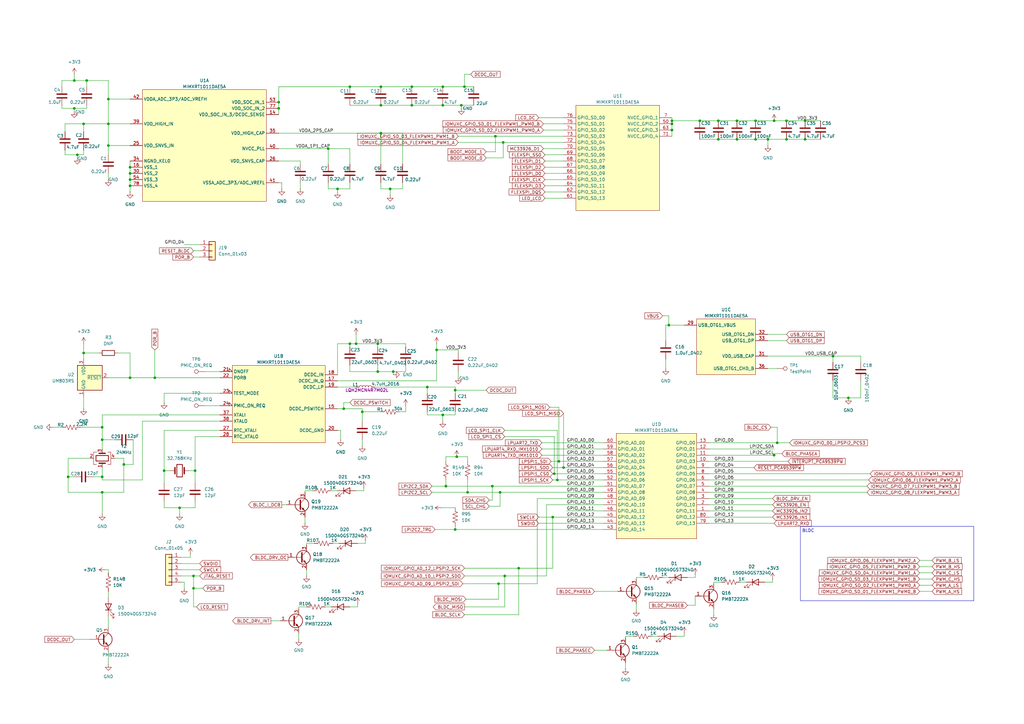
<source format=kicad_sch>
(kicad_sch (version 20250114) (generator "eeschema") (generator_version "9.0")
  (paper "A3")
  (rectangle (start 328.295 215.9) (end 399.415 246.38))
  (text "BLDC\n" (at 331.47 217.805 0) (effects (font (size 1.27 1.27))))
  (junction (at 53.34 68.58))
  (junction (at 168.91 35.56))
  (junction (at 80.01 193.04))
  (junction (at 318.77 181.61))
  (junction (at 41.91 180.34))
  (junction (at 156.21 43.18))
  (junction (at 30.48 44.45))
  (junction (at 182.88 199.39))
  (junction (at 228.6 196.85))
  (junction (at 190.5 35.56))
  (junction (at 156.21 35.56))
  (junction (at 154.94 140.97))
  (junction (at 34.29 50.8))
  (junction (at 205.105 201.93))
  (junction (at 309.88 57.15))
  (junction (at 156.21 54.61))
  (junction (at 309.88 49.53))
  (junction (at 229.235 189.23))
  (junction (at 317.4862 186.69))
  (junction (at 34.29 144.78))
  (junction (at 181.61 170.18))
  (junction (at 226.695 212.09))
  (junction (at 134.62 60.96))
  (junction (at 201.93 199.39))
  (junction (at 79.375 241.3))
  (junction (at 67.31 193.04))
  (junction (at 114.3 44.45))
  (junction (at 322.58 49.53))
  (junction (at 287.02 49.53))
  (junction (at 189.23 43.18))
  (junction (at 63.5 154.94))
  (junction (at 274.32 133.35))
  (junction (at 140.97 167.64))
  (junction (at 154.94 152.4))
  (junction (at 44.45 40.64))
  (junction (at 50.8 190.5))
  (junction (at 231.14 191.77))
  (junction (at 347.98 163.195))
  (junction (at 179.07 143.51))
  (junction (at 160.02 77.47))
  (junction (at 53.34 71.12))
  (junction (at 203.2 55.88))
  (junction (at 294.64 49.53))
  (junction (at 275.59 53.34))
  (junction (at 35.56 33.02))
  (junction (at 191.77 201.93))
  (junction (at 187.325 187.325))
  (junction (at 161.29 152.4))
  (junction (at 53.34 73.66))
  (junction (at 143.51 35.56))
  (junction (at 275.59 50.8))
  (junction (at 206.375 58.42))
  (junction (at 186.69 160.02))
  (junction (at 31.75 63.5))
  (junction (at 146.05 140.97))
  (junction (at 138.43 77.47))
  (junction (at 41.91 195.58))
  (junction (at 181.61 43.18))
  (junction (at 322.58 57.15))
  (junction (at 330.2 49.53))
  (junction (at 175.26 158.75))
  (junction (at 341.63 146.05))
  (junction (at 294.64 57.15))
  (junction (at 30.48 33.02))
  (junction (at 207.01 236.22))
  (junction (at 314.96 57.15))
  (junction (at 41.91 175.26))
  (junction (at 186.69 217.17))
  (junction (at 53.34 76.2))
  (junction (at 275.59 49.53))
  (junction (at 204.47 239.395))
  (junction (at 44.45 59.69))
  (junction (at 227.33 194.31))
  (junction (at 79.375 236.22))
  (junction (at 44.45 50.8))
  (junction (at 181.61 35.56))
  (junction (at 143.51 140.97))
  (junction (at 212.725 233.045))
  (junction (at 302.26 57.15))
  (junction (at 168.91 43.18))
  (junction (at 302.26 49.53))
  (junction (at 330.2 57.15))
  (junction (at 27.94 195.58))
  (junction (at 317.5 49.53))
  (junction (at 53.34 154.94))
  (junction (at 73.66 208.28))
  (junction (at 148.59 168.91))
  (junction (at 41.91 201.93))
  (junction (at 114.3 41.91))
  (wire (pts (xy 292.735 238.76) (xy 292.735 239.395)))
  (wire (pts (xy 231.14 169.545) (xy 231.14 191.77)))
  (wire (pts (xy 58.42 172.72) (xy 58.42 196.85)))
  (wire (pts (xy 80.01 205.74) (xy 80.01 208.28)))
  (wire (pts (xy 191.77 189.23) (xy 191.77 187.325)))
  (wire (pts (xy 189.865 239.395) (xy 204.47 239.395)))
  (wire (pts (xy 41.91 196.85) (xy 58.42 196.85)))
  (wire (pts (xy 138.43 77.47) (xy 143.51 77.47)))
  (wire (pts (xy 223.52 81.28) (xy 231.14 81.28)))
  (wire (pts (xy 290.83 207.01) (xy 316.865 207.01)))
  (wire (pts (xy 190.5 30.48) (xy 190.5 35.56)))
  (wire (pts (xy 203.2 55.88) (xy 231.14 55.88)))
  (wire (pts (xy 377.19 234.95) (xy 382.27 234.95)))
  (wire (pts (xy 271.78 236.855) (xy 274.32 236.855)))
  (wire (pts (xy 226.695 233.045) (xy 226.695 212.09)))
  (wire (pts (xy 168.91 43.18) (xy 181.61 43.18)))
  (wire (pts (xy 177.165 201.93) (xy 191.77 201.93)))
  (wire (pts (xy 138.43 176.53) (xy 139.7 176.53)))
  (wire (pts (xy 228.6 196.85) (xy 247.65 196.85)))
  (wire (pts (xy 226.695 191.77) (xy 231.14 191.77)))
  (wire (pts (xy 34.29 63.5) (xy 34.29 61.595)))
  (wire (pts (xy 67.31 205.74) (xy 67.31 208.28)))
  (wire (pts (xy 143.51 152.4) (xy 143.51 149.86)))
  (wire (pts (xy 220.345 239.395) (xy 220.345 204.47)))
  (wire (pts (xy 139.7 176.53) (xy 139.7 180.34)))
  (wire (pts (xy 322.58 57.15) (xy 330.2 57.15)))
  (wire (pts (xy 148.59 168.91) (xy 148.59 172.72)))
  (wire (pts (xy 204.47 239.395) (xy 220.345 239.395)))
  (wire (pts (xy 181.61 43.18) (xy 189.23 43.18)))
  (wire (pts (xy 227.33 179.07) (xy 227.33 194.31)))
  (wire (pts (xy 67.31 176.53) (xy 67.31 193.04)))
  (wire (pts (xy 330.2 49.53) (xy 336.55 49.53)))
  (wire (pts (xy 44.45 233.68) (xy 44.45 234.95)))
  (wire (pts (xy 220.98 214.63) (xy 247.65 214.63)))
  (wire (pts (xy 53.34 71.12) (xy 53.34 73.66)))
  (wire (pts (xy 314.96 139.7) (xy 322.58 139.7)))
  (wire (pts (xy 148.59 167.64) (xy 148.59 168.91)))
  (wire (pts (xy 143.51 43.18) (xy 156.21 43.18)))
  (wire (pts (xy 166.37 140.97) (xy 166.37 142.24)))
  (wire (pts (xy 277.495 260.985) (xy 280.67 260.985)))
  (wire (pts (xy 290.83 194.31) (xy 356.87 194.31)))
  (wire (pts (xy 41.91 201.93) (xy 41.91 210.82)))
  (wire (pts (xy 27.94 195.58) (xy 30.48 195.58)))
  (wire (pts (xy 125.73 222.885) (xy 125.73 223.52)))
  (wire (pts (xy 44.45 59.69) (xy 53.34 59.69)))
  (wire (pts (xy 146.05 137.16) (xy 146.05 140.97)))
  (wire (pts (xy 34.29 50.8) (xy 44.45 50.8)))
  (wire (pts (xy 181.61 35.56) (xy 168.91 35.56)))
  (wire (pts (xy 122.555 259.715) (xy 122.555 262.255)))
  (wire (pts (xy 44.45 154.94) (xy 53.34 154.94)))
  (wire (pts (xy 222.25 184.15) (xy 247.65 184.15)))
  (wire (pts (xy 128.27 201.295) (xy 125.095 201.295)))
  (wire (pts (xy 122.555 248.92) (xy 122.555 249.555)))
  (wire (pts (xy 290.83 181.61) (xy 318.77 181.61)))
  (wire (pts (xy 80.01 179.07) (xy 80.01 193.04)))
  (wire (pts (xy 302.26 49.53) (xy 309.88 49.53)))
  (wire (pts (xy 79.375 105.41) (xy 81.915 105.41)))
  (wire (pts (xy 156.21 74.93) (xy 156.21 77.47)))
  (wire (pts (xy 290.83 212.09) (xy 316.865 212.09)))
  (wire (pts (xy 207.01 236.22) (xy 224.155 236.22)))
  (wire (pts (xy 114.3 66.04) (xy 123.19 66.04)))
  (wire (pts (xy 201.93 205.105) (xy 201.93 199.39)))
  (wire (pts (xy 191.77 196.85) (xy 191.77 201.93)))
  (wire (pts (xy 274.32 129.54) (xy 274.32 133.35)))
  (wire (pts (xy 316.23 175.26) (xy 318.77 175.26)))
  (wire (pts (xy 111.125 254.635) (xy 114.935 254.635)))
  (wire (pts (xy 220.98 212.09) (xy 226.695 212.09)))
  (wire (pts (xy 160.02 77.47) (xy 165.1 77.47)))
  (wire (pts (xy 44.45 63.5) (xy 44.45 59.69)))
  (wire (pts (xy 123.19 74.93) (xy 123.19 77.47)))
  (wire (pts (xy 58.42 172.72) (xy 90.17 172.72)))
  (wire (pts (xy 175.26 170.18) (xy 181.61 170.18)))
  (wire (pts (xy 290.83 199.39) (xy 355.6 199.39)))
  (wire (pts (xy 161.29 153.67) (xy 161.29 152.4)))
  (wire (pts (xy 25.4 33.02) (xy 30.48 33.02)))
  (wire (pts (xy 317.4862 186.69) (xy 317.5 186.69)))
  (wire (pts (xy 34.29 144.78) (xy 34.29 147.32)))
  (wire (pts (xy 206.375 58.42) (xy 231.14 58.42)))
  (wire (pts (xy 44.45 50.8) (xy 44.45 59.69)))
  (wire (pts (xy 168.91 35.56) (xy 156.21 35.56)))
  (wire (pts (xy 156.21 77.47) (xy 160.02 77.47)))
  (wire (pts (xy 294.64 49.53) (xy 302.26 49.53)))
  (wire (pts (xy 27.94 187.96) (xy 27.94 195.58)))
  (wire (pts (xy 165.1 54.61) (xy 156.21 54.61)))
  (wire (pts (xy 143.51 248.92) (xy 146.685 248.92)))
  (wire (pts (xy 347.98 163.195) (xy 353.06 163.195)))
  (wire (pts (xy 314.96 151.13) (xy 318.77 151.13)))
  (wire (pts (xy 154.94 152.4) (xy 154.94 149.86)))
  (wire (pts (xy 290.83 214.63) (xy 317.5 214.63)))
  (wire (pts (xy 232.41 209.55) (xy 247.65 209.55)))
  (wire (pts (xy 309.88 57.15) (xy 314.96 57.15)))
  (wire (pts (xy 26.67 63.5) (xy 26.67 61.595)))
  (wire (pts (xy 226.06 189.23) (xy 229.235 189.23)))
  (wire (pts (xy 53.34 50.8) (xy 44.45 50.8)))
  (wire (pts (xy 175.26 168.91) (xy 175.26 170.18)))
  (wire (pts (xy 199.39 62.23) (xy 203.2 62.23)))
  (wire (pts (xy 80.01 198.12) (xy 80.01 193.04)))
  (wire (pts (xy 44.45 267.335) (xy 44.45 272.415)))
  (wire (pts (xy 34.29 50.8) (xy 34.29 53.975)))
  (wire (pts (xy 377.19 242.57) (xy 382.27 242.57)))
  (wire (pts (xy 143.51 140.97) (xy 146.05 140.97)))
  (wire (pts (xy 48.26 144.78) (xy 53.34 144.78)))
  (wire (pts (xy 205.105 201.93) (xy 247.65 201.93)))
  (wire (pts (xy 223.52 63.5) (xy 231.14 63.5)))
  (wire (pts (xy 180.975 208.28) (xy 186.69 208.28)))
  (wire (pts (xy 341.63 146.05) (xy 353.06 146.05)))
  (wire (pts (xy 191.77 187.325) (xy 187.325 187.325)))
  (wire (pts (xy 79.375 248.92) (xy 79.375 241.3)))
  (wire (pts (xy 78.105 227.33) (xy 78.105 228.6)))
  (wire (pts (xy 190.5 248.92) (xy 207.01 248.92)))
  (wire (pts (xy 35.56 33.02) (xy 35.56 35.56)))
  (wire (pts (xy 63.5 143.51) (xy 63.5 154.94)))
  (wire (pts (xy 138.43 167.64) (xy 140.97 167.64)))
  (wire (pts (xy 31.75 63.5) (xy 34.29 63.5)))
  (wire (pts (xy 83.82 166.37) (xy 90.17 166.37)))
  (wire (pts (xy 182.88 187.325) (xy 182.88 189.23)))
  (wire (pts (xy 138.43 140.97) (xy 143.51 140.97)))
  (wire (pts (xy 200.66 207.645) (xy 205.105 207.645)))
  (wire (pts (xy 134.62 60.96) (xy 134.62 67.31)))
  (wire (pts (xy 341.63 163.195) (xy 347.98 163.195)))
  (wire (pts (xy 140.97 167.64) (xy 148.59 167.64)))
  (wire (pts (xy 205.105 207.645) (xy 205.105 201.93)))
  (wire (pts (xy 207.01 176.53) (xy 228.6 176.53)))
  (wire (pts (xy 226.695 196.85) (xy 228.6 196.85)))
  (wire (pts (xy 78.105 228.6) (xy 74.295 228.6)))
  (wire (pts (xy 143.51 77.47) (xy 143.51 74.93)))
  (wire (pts (xy 63.5 154.94) (xy 90.17 154.94)))
  (wire (pts (xy 114.3 35.56) (xy 114.3 41.91)))
  (wire (pts (xy 353.06 148.59) (xy 353.06 146.05)))
  (wire (pts (xy 271.78 129.54) (xy 274.32 129.54)))
  (wire (pts (xy 228.6 176.53) (xy 228.6 196.85)))
  (wire (pts (xy 143.51 67.31) (xy 143.51 60.96)))
  (wire (pts (xy 227.33 194.31) (xy 247.65 194.31)))
  (wire (pts (xy 80.645 248.92) (xy 79.375 248.92)))
  (wire (pts (xy 275.59 53.34) (xy 275.59 55.88)))
  (wire (pts (xy 222.25 181.61) (xy 247.65 181.61)))
  (wire (pts (xy 74.295 236.22) (xy 79.375 236.22)))
  (wire (pts (xy 222.885 53.34) (xy 231.14 53.34)))
  (wire (pts (xy 275.59 50.8) (xy 275.59 53.34)))
  (wire (pts (xy 67.31 198.12) (xy 67.31 193.04)))
  (wire (pts (xy 38.1 195.58) (xy 41.91 195.58)))
  (wire (pts (xy 330.2 57.15) (xy 336.55 57.15)))
  (wire (pts (xy 90.17 176.53) (xy 67.31 176.53)))
  (wire (pts (xy 377.19 232.41) (xy 382.27 232.41)))
  (wire (pts (xy 67.31 161.29) (xy 90.17 161.29)))
  (wire (pts (xy 267.335 260.985) (xy 269.875 260.985)))
  (wire (pts (xy 186.69 158.75) (xy 175.26 158.75)))
  (wire (pts (xy 290.83 186.69) (xy 317.4862 186.69)))
  (wire (pts (xy 146.685 248.92) (xy 146.685 247.65)))
  (wire (pts (xy 317.4862 186.055) (xy 317.4862 186.69)))
  (wire (pts (xy 187.96 55.88) (xy 203.2 55.88)))
  (wire (pts (xy 136.525 222.885) (xy 139.065 222.885)))
  (wire (pts (xy 223.52 68.58) (xy 231.14 68.58)))
  (wire (pts (xy 303.53 238.76) (xy 306.07 238.76)))
  (wire (pts (xy 314.96 146.05) (xy 341.63 146.05)))
  (wire (pts (xy 187.96 152.4) (xy 187.96 154.94)))
  (wire (pts (xy 53.34 76.2) (xy 53.34 78.74)))
  (wire (pts (xy 181.61 170.18) (xy 181.61 172.72)))
  (wire (pts (xy 83.82 152.4) (xy 90.17 152.4)))
  (wire (pts (xy 133.35 248.92) (xy 135.89 248.92)))
  (wire (pts (xy 377.19 237.49) (xy 382.27 237.49)))
  (wire (pts (xy 67.31 208.28) (xy 73.66 208.28)))
  (wire (pts (xy 31.75 64.77) (xy 31.75 63.5)))
  (wire (pts (xy 33.02 175.26) (xy 41.91 175.26)))
  (wire (pts (xy 274.32 133.35) (xy 280.67 133.35)))
  (wire (pts (xy 44.45 33.02) (xy 35.56 33.02)))
  (wire (pts (xy 44.45 71.12) (xy 44.45 73.66)))
  (wire (pts (xy 200.66 205.105) (xy 201.93 205.105)))
  (wire (pts (xy 41.91 170.18) (xy 90.17 170.18)))
  (wire (pts (xy 314.96 137.16) (xy 322.58 137.16)))
  (wire (pts (xy 114.3 44.45) (xy 114.3 46.99)))
  (wire (pts (xy 114.3 74.93) (xy 115.57 74.93)))
  (wire (pts (xy 135.89 201.295) (xy 138.43 201.295)))
  (wire (pts (xy 154.94 140.97) (xy 154.94 142.24)))
  (wire (pts (xy 125.73 233.68) (xy 125.73 236.22)))
  (wire (pts (xy 125.095 212.09) (xy 125.095 214.63)))
  (wire (pts (xy 243.84 242.57) (xy 253.365 242.57)))
  (wire (pts (xy 201.93 199.39) (xy 247.65 199.39)))
  (wire (pts (xy 79.375 102.87) (xy 81.915 102.87)))
  (wire (pts (xy 290.83 196.85) (xy 356.235 196.85)))
  (wire (pts (xy 30.48 44.45) (xy 35.56 44.45)))
  (wire (pts (xy 74.295 238.76) (xy 75.565 238.76)))
  (wire (pts (xy 75.565 100.33) (xy 81.915 100.33)))
  (wire (pts (xy 377.19 240.03) (xy 382.27 240.03)))
  (wire (pts (xy 30.48 262.255) (xy 36.83 262.255)))
  (wire (pts (xy 294.64 57.15) (xy 302.26 57.15)))
  (wire (pts (xy 225.425 167.005) (xy 229.235 167.005)))
  (wire (pts (xy 212.725 252.095) (xy 212.725 233.045)))
  (wire (pts (xy 285.115 248.285) (xy 285.115 244.475)))
  (wire (pts (xy 53.34 73.66) (xy 53.34 76.2)))
  (wire (pts (xy 165.1 77.47) (xy 165.1 74.93)))
  (wire (pts (xy 226.695 194.31) (xy 227.33 194.31)))
  (wire (pts (xy 190.5 233.045) (xy 212.725 233.045)))
  (wire (pts (xy 74.295 231.14) (xy 81.915 231.14)))
  (wire (pts (xy 125.73 248.92) (xy 122.555 248.92)))
  (wire (pts (xy 138.43 77.47) (xy 138.43 78.74)))
  (wire (pts (xy 75.565 238.76) (xy 75.565 241.3)))
  (wire (pts (xy 223.52 66.04) (xy 231.14 66.04)))
  (wire (pts (xy 43.18 233.68) (xy 44.45 233.68)))
  (wire (pts (xy 223.52 71.12) (xy 231.14 71.12)))
  (wire (pts (xy 260.985 236.855) (xy 260.985 237.49)))
  (wire (pts (xy 30.48 33.02) (xy 35.56 33.02)))
  (wire (pts (xy 190.5 252.095) (xy 212.725 252.095)))
  (wire (pts (xy 140.97 165.1) (xy 140.97 167.64)))
  (wire (pts (xy 309.88 49.53) (xy 317.5 49.53)))
  (wire (pts (xy 160.02 77.47) (xy 160.02 80.01)))
  (wire (pts (xy 41.91 195.58) (xy 41.91 196.85)))
  (wire (pts (xy 148.59 180.34) (xy 148.59 182.88)))
  (wire (pts (xy 179.07 140.97) (xy 179.07 143.51)))
  (wire (pts (xy 34.29 140.97) (xy 34.29 144.78)))
  (wire (pts (xy 67.31 165.1) (xy 67.31 161.29)))
  (wire (pts (xy 273.05 147.32) (xy 273.05 151.13)))
  (wire (pts (xy 79.375 241.3) (xy 83.185 241.3)))
  (wire (pts (xy 280.67 260.985) (xy 280.67 259.715)))
  (wire (pts (xy 165.1 67.31) (xy 165.1 54.61)))
  (wire (pts (xy 41.91 191.77) (xy 41.91 195.58)))
  (wire (pts (xy 153.67 158.75) (xy 175.26 158.75)))
  (wire (pts (xy 256.54 260.985) (xy 256.54 261.62)))
  (wire (pts (xy 143.51 165.1) (xy 140.97 165.1)))
  (wire (pts (xy 156.21 54.61) (xy 156.21 67.31)))
  (wire (pts (xy 341.63 156.21) (xy 341.63 163.195)))
  (wire (pts (xy 224.155 236.22) (xy 224.155 207.01)))
  (wire (pts (xy 143.51 152.4) (xy 154.94 152.4)))
  (wire (pts (xy 138.43 156.21) (xy 179.07 156.21)))
  (wire (pts (xy 220.345 204.47) (xy 247.65 204.47)))
  (wire (pts (xy 79.375 236.22) (xy 81.915 236.22)))
  (wire (pts (xy 322.58 49.53) (xy 330.2 49.53)))
  (wire (pts (xy 143.51 35.56) (xy 114.3 35.56)))
  (wire (pts (xy 148.59 168.91) (xy 156.21 168.91)))
  (wire (pts (xy 223.52 78.74) (xy 231.14 78.74)))
  (wire (pts (xy 186.69 217.17) (xy 247.65 217.17)))
  (wire (pts (xy 190.5 236.22) (xy 207.01 236.22)))
  (wire (pts (xy 290.83 201.93) (xy 355.6 201.93)))
  (wire (pts (xy 207.01 179.07) (xy 227.33 179.07)))
  (wire (pts (xy 35.56 43.18) (xy 35.56 44.45)))
  (wire (pts (xy 50.8 187.96) (xy 46.99 187.96)))
  (wire (pts (xy 53.34 68.58) (xy 53.34 71.12)))
  (wire (pts (xy 156.21 54.61) (xy 114.3 54.61)))
  (wire (pts (xy 114.3 41.91) (xy 114.3 44.45)))
  (wire (pts (xy 138.43 158.75) (xy 146.05 158.75)))
  (wire (pts (xy 285.115 236.855) (xy 285.115 235.585)))
  (wire (pts (xy 199.39 64.77) (xy 206.375 64.77)))
  (wire (pts (xy 275.59 49.53) (xy 287.02 49.53)))
  (wire (pts (xy 264.16 236.855) (xy 260.985 236.855)))
  (wire (pts (xy 182.88 199.39) (xy 201.93 199.39)))
  (wire (pts (xy 179.07 143.51) (xy 179.07 156.21)))
  (wire (pts (xy 273.05 139.7) (xy 273.05 133.35)))
  (wire (pts (xy 186.69 215.9) (xy 186.69 217.17)))
  (wire (pts (xy 53.34 144.78) (xy 53.34 154.94)))
  (wire (pts (xy 34.29 144.78) (xy 40.64 144.78)))
  (wire (pts (xy 79.375 236.22) (xy 79.375 241.3)))
  (wire (pts (xy 34.29 162.56) (xy 34.29 167.64)))
  (wire (pts (xy 50.8 190.5) (xy 50.8 187.96)))
  (wire (pts (xy 44.45 242.57) (xy 44.45 245.11)))
  (wire (pts (xy 341.63 146.05) (xy 341.63 148.59)))
  (wire (pts (xy 54.61 180.34) (xy 54.61 190.5)))
  (wire (pts (xy 41.91 201.93) (xy 50.8 201.93)))
  (wire (pts (xy 281.94 248.285) (xy 285.115 248.285)))
  (wire (pts (xy 44.45 252.73) (xy 44.45 257.175)))
  (wire (pts (xy 207.01 236.22) (xy 207.01 248.92)))
  (wire (pts (xy 273.05 133.35) (xy 274.32 133.35)))
  (wire (pts (xy 149.86 222.885) (xy 149.86 221.615)))
  (wire (pts (xy 30.48 45.72) (xy 30.48 44.45)))
  (wire (pts (xy 259.715 260.985) (xy 256.54 260.985)))
  (wire (pts (xy 54.61 190.5) (xy 50.8 190.5)))
  (wire (pts (xy 256.54 271.78) (xy 256.54 274.32)))
  (wire (pts (xy 243.84 266.7) (xy 248.92 266.7)))
  (wire (pts (xy 44.45 40.64) (xy 44.45 33.02)))
  (wire (pts (xy 377.19 229.87) (xy 382.27 229.87)))
  (wire (pts (xy 146.05 201.295) (xy 149.225 201.295)))
  (wire (pts (xy 206.375 64.77) (xy 206.375 58.42)))
  (wire (pts (xy 275.59 48.26) (xy 275.59 49.53)))
  (wire (pts (xy 318.77 175.26) (xy 318.77 181.61)))
  (wire (pts (xy 226.695 212.09) (xy 247.65 212.09)))
  (wire (pts (xy 316.865 238.76) (xy 316.865 237.49)))
  (wire (pts (xy 317.5 49.53) (xy 322.58 49.53)))
  (wire (pts (xy 26.67 50.8) (xy 26.67 53.975)))
  (wire (pts (xy 281.94 236.855) (xy 285.115 236.855)))
  (wire (pts (xy 166.37 168.91) (xy 166.37 166.37)))
  (wire (pts (xy 320.675 186.055) (xy 317.4862 186.055)))
  (wire (pts (xy 290.83 191.77) (xy 309.245 191.77)))
  (wire (pts (xy 223.52 73.66) (xy 231.14 73.66)))
  (wire (pts (xy 212.725 233.045) (xy 226.695 233.045)))
  (wire (pts (xy 27.94 201.93) (xy 41.91 201.93)))
  (wire (pts (xy 25.4 44.45) (xy 30.48 44.45)))
  (wire (pts (xy 143.51 60.96) (xy 134.62 60.96)))
  (wire (pts (xy 53.34 154.94) (xy 63.5 154.94)))
  (wire (pts (xy 149.225 201.295) (xy 149.225 200.025)))
  (wire (pts (xy 287.02 57.15) (xy 294.64 57.15)))
  (wire (pts (xy 123.19 66.04) (xy 123.19 67.31)))
  (wire (pts (xy 203.2 62.23) (xy 203.2 55.88)))
  (wire (pts (xy 287.02 49.53) (xy 294.64 49.53)))
  (wire (pts (xy 182.88 196.85) (xy 182.88 199.39)))
  (wire (pts (xy 34.29 50.8) (xy 26.67 50.8)))
  (wire (pts (xy 318.77 181.61) (xy 323.85 181.61)))
  (wire (pts (xy 204.47 245.745) (xy 204.47 239.395)))
  (wire (pts (xy 161.29 152.4) (xy 166.37 152.4)))
  (wire (pts (xy 295.91 238.76) (xy 292.735 238.76)))
  (wire (pts (xy 73.66 208.28) (xy 73.66 210.82)))
  (wire (pts (xy 143.51 140.97) (xy 143.51 142.24)))
  (wire (pts (xy 187.96 144.78) (xy 187.96 143.51)))
  (wire (pts (xy 163.83 168.91) (xy 166.37 168.91)))
  (wire (pts (xy 90.17 179.07) (xy 80.01 179.07)))
  (wire (pts (xy 134.62 77.47) (xy 138.43 77.47)))
  (wire (pts (xy 67.31 193.04) (xy 69.85 193.04)))
  (wire (pts (xy 190.5 35.56) (xy 181.61 35.56)))
  (wire (pts (xy 222.885 60.96) (xy 231.14 60.96)))
  (wire (pts (xy 53.34 66.04) (xy 53.34 68.58)))
  (wire (pts (xy 115.57 74.93) (xy 115.57 77.47)))
  (wire (pts (xy 41.91 175.26) (xy 41.91 170.18)))
  (wire (pts (xy 189.23 43.18) (xy 194.31 43.18)))
  (wire (pts (xy 125.095 201.295) (xy 125.095 201.93)))
  (wire (pts (xy 275.59 49.53) (xy 275.59 50.8)))
  (wire (pts (xy 41.91 180.34) (xy 41.91 175.26)))
  (wire (pts (xy 114.3 60.96) (xy 134.62 60.96)))
  (wire (pts (xy 115.57 207.01) (xy 117.475 207.01)))
  (wire (pts (xy 189.23 43.18) (xy 189.23 44.45)))
  (wire (pts (xy 134.62 74.93) (xy 134.62 77.47)))
  (wire (pts (xy 187.96 143.51) (xy 179.07 143.51)))
  (wire (pts (xy 156.21 35.56) (xy 143.51 35.56)))
  (wire (pts (xy 41.91 180.34) (xy 46.99 180.34)))
  (wire (pts (xy 191.77 201.93) (xy 205.105 201.93)))
  (wire (pts (xy 290.83 209.55) (xy 316.865 209.55)))
  (wire (pts (xy 302.26 57.15) (xy 309.88 57.15)))
  (wire (pts (xy 30.48 30.48) (xy 30.48 33.02)))
  (wire (pts (xy 224.155 207.01) (xy 247.65 207.01)))
  (wire (pts (xy 193.04 30.48) (xy 190.5 30.48)))
  (wire (pts (xy 25.4 35.56) (xy 25.4 33.02)))
  (wire (pts (xy 166.37 152.4) (xy 166.37 149.86)))
  (wire (pts (xy 44.45 40.64) (xy 44.45 50.8)))
  (wire (pts (xy 27.94 195.58) (xy 27.94 201.93)))
  (wire (pts (xy 186.69 170.18) (xy 181.61 170.18)))
  (wire (pts (xy 156.21 43.18) (xy 168.91 43.18)))
  (wire (pts (xy 222.25 186.69) (xy 247.65 186.69)))
  (wire (pts (xy 41.91 184.15) (xy 41.91 180.34)))
  (wire (pts (xy 50.8 201.93) (xy 50.8 190.5)))
  (wire (pts (xy 177.165 199.39) (xy 182.88 199.39)))
  (wire (pts (xy 74.295 233.68) (xy 81.915 233.68)))
  (wire (pts (xy 231.14 191.77) (xy 247.65 191.77)))
  (wire (pts (xy 204.47 245.745) (xy 191.135 245.745)))
  (wire (pts (xy 186.69 161.29) (xy 186.69 160.02)))
  (wire (pts (xy 290.83 204.47) (xy 316.865 204.47)))
  (wire (pts (xy 80.01 193.04) (xy 77.47 193.04)))
  (wire (pts (xy 27.94 187.96) (xy 36.83 187.96)))
  (wire (pts (xy 220.98 48.26) (xy 231.14 48.26)))
  (wire (pts (xy 128.905 222.885) (xy 125.73 222.885)))
  (wire (pts (xy 229.235 189.23) (xy 247.65 189.23)))
  (wire (pts (xy 313.69 238.76) (xy 316.865 238.76)))
  (wire (pts (xy 25.4 43.18) (xy 25.4 44.45)))
  (wire (pts (xy 290.83 184.15) (xy 317.5 184.15)))
  (wire (pts (xy 178.435 217.17) (xy 186.69 217.17)))
  (wire (pts (xy 186.69 160.02) (xy 186.69 158.75)))
  (wire (pts (xy 290.83 189.23) (xy 323.215 189.23)))
  (wire (pts (xy 353.06 156.21) (xy 353.06 163.195)))
  (wire (pts (xy 53.34 40.64) (xy 44.45 40.64)))
  (wire (pts (xy 187.325 187.325) (xy 182.88 187.325)))
  (wire (pts (xy 21.59 175.26) (xy 25.4 175.26)))
  (wire (pts (xy 138.43 153.67) (xy 138.43 140.97)))
  (wire (pts (xy 175.26 158.75) (xy 175.26 161.29)))
  (wire (pts (xy 292.735 249.555) (xy 292.735 252.095)))
  (wire (pts (xy 186.69 160.02) (xy 199.39 160.02)))
  (wire (pts (xy 146.05 140.97) (xy 154.94 140.97)))
  (wire (pts (xy 154.94 140.97) (xy 166.37 140.97)))
  (wire (pts (xy 187.96 58.42) (xy 206.375 58.42)))
  (wire (pts (xy 229.235 167.005) (xy 229.235 189.23)))
  (wire (pts (xy 222.885 50.8) (xy 231.14 50.8)))
  (wire (pts (xy 194.31 35.56) (xy 190.5 35.56)))
  (wire (pts (xy 146.685 222.885) (xy 149.86 222.885)))
  (wire (pts (xy 80.01 208.28) (xy 73.66 208.28)))
  (wire (pts (xy 260.985 247.65) (xy 260.985 250.19)))
  (wire (pts (xy 154.94 152.4) (xy 161.29 152.4)))
  (wire (pts (xy 314.96 57.15) (xy 322.58 57.15)))
  (wire (pts (xy 186.69 168.91) (xy 186.69 170.18)))
  (wire (pts (xy 314.96 57.15) (xy 314.96 59.69)))
  (wire (pts (xy 26.67 63.5) (xy 31.75 63.5)))
  (wire (pts (xy 223.52 76.2) (xy 231.14 76.2)))
  (label "GPIO_07" (at 300.99 199.39 180))
  (label "GPIO_AD_13" (at 232.41 214.63 0))
  (label "GPIO_AD_01" (at 232.41 184.15 0))
  (label "GPIO_AD_06" (at 232.41 196.85 0))
  (label "GPIO_04" (at 75.565 100.33 180))
  (label "GPIO_AD_14" (at 232.41 217.17 0))
  (label "GPIO_AD_11" (at 232.41 209.55 0))
  (label "VDDA_2P5_CAP" (at 122.555 54.61 0))
  (label "VDD_3V3" (at 148.59 140.97 0))
  (label "GPIO_04" (at 300.99 191.77 180))
  (label "GPIO_AD_12" (at 232.41 212.09 0))
  (label "GPIO_11" (at 300.99 209.55 180))
  (label "GPIO_AD_05" (at 232.41 194.31 0))
  (label "GPIO_06" (at 300.99 196.85 180))
  (label "VDD_3V3" (at 327.025 49.53 0))
  (label "VDDA_1P1_CAP" (at 121.285 60.96 0))
  (label "VDD_USB_CAP" (at 330.2 146.05 0))
  (label "GPIO_AD_00" (at 232.41 181.61 0))
  (label "GPIO_05" (at 300.99 194.31 180))
  (label "LPI2C_SCL" (at 317.5 186.69 180))
  (label "GPIO_08" (at 300.99 201.93 180))
  (label "VDD_3V3" (at 182.88 143.51 0))
  (label "LPI2C_SDA" (at 317.5 184.15 180))
  (label "GPIO_09" (at 300.99 204.47 180))
  (label "GPIO_03" (at 300.99 189.23 180))
  (label "GPIO_AD_03" (at 232.41 189.23 0))
  (label "GPIO_AD_10" (at 232.41 207.01 0))
  (label "GPIO_13" (at 300.99 214.63 180))
  (label "GPIO_AD_04" (at 232.41 191.77 0))
  (label "GPIO_00" (at 300.99 181.61 180))
  (label "GPIO_AD_09" (at 232.41 204.47 0))
  (label "GPIO_AD_07" (at 232.41 199.39 0))
  (label "GPIO_AD_08" (at 232.41 201.93 0))
  (label "GPIO_10" (at 300.99 207.01 180))
  (label "GPIO_AD_02" (at 232.41 186.69 0))
  (label "GPIO_12" (at 300.99 212.09 180))
  (global_label "LCD_SPI1_MISO" (shape input) (at 231.14 169.545 180) (property "Intersheetrefs" "${INTERSHEET_REFS}" (effects (hide yes))))
  (global_label "PWM_C_LS" (shape input) (at 382.27 234.95 0) (property "Intersheetrefs" "${INTERSHEET_REFS}" (effects (hide yes))))
  (global_label "FLEXSPI_D3" (shape input) (at 223.52 76.2 180) (property "Intersheetrefs" "${INTERSHEET_REFS}" (effects (hide yes))))
  (global_label "LCD_SPI1_CLK" (shape input) (at 207.01 176.53 180) (property "Intersheetrefs" "${INTERSHEET_REFS}" (effects (hide yes))))
  (global_label "LED_LCD" (shape input) (at 223.52 81.28 180) (property "Intersheetrefs" "${INTERSHEET_REFS}" (effects (hide yes))))
  (global_label "FLEXSPI_D1" (shape input) (at 223.52 66.04 180) (property "Intersheetrefs" "${INTERSHEET_REFS}" (effects (hide yes))))
  (global_label "LPI2C2_TRG" (shape input) (at 178.435 217.17 180) (property "Intersheetrefs" "${INTERSHEET_REFS}" (effects (hide yes))))
  (global_label "IOMUXC_GPIO_07_FLEXPWM1_PWM3_B" (shape input) (at 355.6 199.39 0) (property "Intersheetrefs" "${INTERSHEET_REFS}" (effects (hide yes))))
  (global_label "POR_B" (shape input) (at 63.5 143.51 90) (property "Intersheetrefs" "${INTERSHEET_REFS}" (effects (hide yes))))
  (global_label "LCD_SPI1_CS" (shape input) (at 207.01 179.07 180) (property "Intersheetrefs" "${INTERSHEET_REFS}" (effects (hide yes))))
  (global_label "VBUS" (shape input) (at 271.78 129.54 180) (property "Intersheetrefs" "${INTERSHEET_REFS}" (effects (hide yes))))
  (global_label "BLDC_DRV_EN" (shape input) (at 316.865 204.47 0) (property "Intersheetrefs" "${INTERSHEET_REFS}" (effects (hide yes))))
  (global_label "USB_OTG1_DN" (shape input) (at 322.58 137.16 0) (property "Intersheetrefs" "${INTERSHEET_REFS}" (effects (hide yes))))
  (global_label "BLDC_MOSI" (shape input) (at 191.135 245.745 180) (property "Intersheetrefs" "${INTERSHEET_REFS}" (effects (hide yes))))
  (global_label "IOMUXC_GPIO_SD_02_FLEXPWM1_PWM0_A" (shape input) (at 377.19 240.03 180) (property "Intersheetrefs" "${INTERSHEET_REFS}" (effects (hide yes))))
  (global_label "LPUART4_RXD_IMX1010" (shape input) (at 222.25 184.15 180) (property "Intersheetrefs" "${INTERSHEET_REFS}" (effects (hide yes))))
  (global_label "IOMUXC_GPIO_SD_04_FLEXPWM1_PWM1_A" (shape input) (at 377.19 234.95 180) (property "Intersheetrefs" "${INTERSHEET_REFS}" (effects (hide yes))))
  (global_label "SWCLK" (shape input) (at 220.98 212.09 180) (property "Intersheetrefs" "${INTERSHEET_REFS}" (effects (hide yes))))
  (global_label "DCDC_PSWITCH" (shape input) (at 143.51 165.1 0) (property "Intersheetrefs" "${INTERSHEET_REFS}" (effects (hide yes))))
  (global_label "IOMUXC_GPIO_05_FLEXPWM1_PWM2_B" (shape input) (at 377.19 232.41 180) (property "Intersheetrefs" "${INTERSHEET_REFS}" (effects (hide yes))))
  (global_label "LPSPI1_SDO" (shape input) (at 226.695 191.77 180) (property "Intersheetrefs" "${INTERSHEET_REFS}" (effects (hide yes))))
  (global_label "LCD_SPI1_MOSI" (shape input) (at 225.425 167.005 180) (property "Intersheetrefs" "${INTERSHEET_REFS}" (effects (hide yes))))
  (global_label "PWM_A_HS" (shape input) (at 382.27 242.57 0) (property "Intersheetrefs" "${INTERSHEET_REFS}" (effects (hide yes))))
  (global_label "LPUART2_RXD" (shape input) (at 317.5 214.63 0) (property "Intersheetrefs" "${INTERSHEET_REFS}" (effects (hide yes))))
  (global_label "BLDC_PHASEC" (shape input) (at 243.84 266.7 180) (property "Intersheetrefs" "${INTERSHEET_REFS}" (effects (hide yes))))
  (global_label "LPUART4_TXD_IMX1010" (shape input) (at 222.25 186.69 180) (property "Intersheetrefs" "${INTERSHEET_REFS}" (effects (hide yes))))
  (global_label "PWM_B_HS" (shape input) (at 382.27 232.41 0) (property "Intersheetrefs" "${INTERSHEET_REFS}" (effects (hide yes))))
  (global_label "IOMUXC_GPIO_00_LPSPI2_PCS3" (shape input) (at 323.85 181.61 0) (property "Intersheetrefs" "${INTERSHEET_REFS}" (effects (hide yes))))
  (global_label "FLEXSPI_CLK" (shape input) (at 223.52 73.66 180) (property "Intersheetrefs" "${INTERSHEET_REFS}" (effects (hide yes))))
  (global_label "LPSPI1_SDI" (shape input) (at 226.06 189.23 180) (property "Intersheetrefs" "${INTERSHEET_REFS}" (effects (hide yes))))
  (global_label "BLDC_I_DCB" (shape output) (at 115.57 207.01 180) (property "Intersheetrefs" "${INTERSHEET_REFS}" (effects (hide yes))))
  (global_label "LCD_DC" (shape input) (at 220.98 48.26 180) (property "Intersheetrefs" "${INTERSHEET_REFS}" (effects (hide yes))))
  (global_label "PWM_C_HS" (shape input) (at 382.27 237.49 0) (property "Intersheetrefs" "${INTERSHEET_REFS}" (effects (hide yes))))
  (global_label "BLDC_DRV_INT" (shape output) (at 111.125 254.635 180) (property "Intersheetrefs" "${INTERSHEET_REFS}" (effects (hide yes))))
  (global_label "BLDC_DRV_OC" (shape output) (at 118.11 228.6 180) (property "Intersheetrefs" "${INTERSHEET_REFS}" (effects (hide yes))))
  (global_label "~{RESET_PCA9539PW}" (shape input) (at 309.245 191.77 0) (property "Intersheetrefs" "${INTERSHEET_REFS}" (effects (hide yes))))
  (global_label "POR_B" (shape input) (at 79.375 105.41 180) (property "Intersheetrefs" "${INTERSHEET_REFS}" (effects (hide yes))))
  (global_label "RESET_BLDC" (shape input) (at 79.375 102.87 180) (property "Intersheetrefs" "${INTERSHEET_REFS}" (effects (hide yes))))
  (global_label "IOMUXC_GPIO_SD_01_FLEXPWM1_PWM0_B" (shape input) (at 222.885 50.8 180) (property "Intersheetrefs" "${INTERSHEET_REFS}" (effects (hide yes))))
  (global_label "FLEXSPI_SS0" (shape input) (at 223.52 63.5 180) (property "Intersheetrefs" "${INTERSHEET_REFS}" (effects (hide yes))))
  (global_label "USB_OTG1_DP" (shape input) (at 322.58 139.7 0) (property "Intersheetrefs" "${INTERSHEET_REFS}" (effects (hide yes))))
  (global_label "LCD_RESET" (shape input) (at 80.645 248.92 0) (property "Intersheetrefs" "${INTERSHEET_REFS}" (effects (hide yes))))
  (global_label "FLEXSPI_DQS" (shape input) (at 223.52 78.74 180) (property "Intersheetrefs" "${INTERSHEET_REFS}" (effects (hide yes))))
  (global_label "MC33926_IN1" (shape input) (at 316.865 212.09 0) (property "Intersheetrefs" "${INTERSHEET_REFS}" (effects (hide yes))))
  (global_label "BLDC_CS" (shape input) (at 316.23 175.26 180) (property "Intersheetrefs" "${INTERSHEET_REFS}" (effects (hide yes))))
  (global_label "SWDIO" (shape input) (at 220.98 214.63 180) (property "Intersheetrefs" "${INTERSHEET_REFS}" (effects (hide yes))))
  (global_label "BLDC_PHASEA" (shape input) (at 320.675 186.055 0) (property "Intersheetrefs" "${INTERSHEET_REFS}" (effects (hide yes))))
  (global_label "DCDC_OUT" (shape input) (at 30.48 262.255 180) (property "Intersheetrefs" "${INTERSHEET_REFS}" (effects (hide yes))))
  (global_label "LPSPI1_CS0" (shape input) (at 226.695 194.31 180) (property "Intersheetrefs" "${INTERSHEET_REFS}" (effects (hide yes))))
  (global_label "BOOT_MODE_0" (shape input) (at 199.39 64.77 180) (property "Intersheetrefs" "${INTERSHEET_REFS}" (effects (hide yes))))
  (global_label "MC33926_IN2" (shape input) (at 316.865 209.55 0) (property "Intersheetrefs" "${INTERSHEET_REFS}" (effects (hide yes))))
  (global_label "JTAG_RESET" (shape input) (at 81.915 236.22 0) (property "Intersheetrefs" "${INTERSHEET_REFS}" (effects (hide yes))))
  (global_label "IOMUXC_GPIO_05_FLEXPWM1_PWM2_B" (shape input) (at 356.87 194.31 0) (property "Intersheetrefs" "${INTERSHEET_REFS}" (effects (hide yes))))
  (global_label "POR_B" (shape input) (at 83.185 241.3 0) (property "Intersheetrefs" "${INTERSHEET_REFS}" (effects (hide yes))))
  (global_label "SWDIO" (shape input) (at 81.915 231.14 0) (property "Intersheetrefs" "${INTERSHEET_REFS}" (effects (hide yes))))
  (global_label "DCDC_OUT" (shape input) (at 199.39 160.02 0) (property "Intersheetrefs" "${INTERSHEET_REFS}" (effects (hide yes))))
  (global_label "IOMUXC_GPIO_AD_10_LPSPI2_SDO" (shape input) (at 190.5 236.22 180) (property "Intersheetrefs" "${INTERSHEET_REFS}" (effects (hide yes))))
  (global_label "IOMUXC_GPIO_AD_09_LPSPI2_SDI" (shape input) (at 189.865 239.395 180) (property "Intersheetrefs" "${INTERSHEET_REFS}" (effects (hide yes))))
  (global_label "IOMUXC_GPIO_06_FLEXPWM1_PWM2_A" (shape input) (at 356.235 196.85 0) (property "Intersheetrefs" "${INTERSHEET_REFS}" (effects (hide yes))))
  (global_label "IOMUXC_GPIO_08_FLEXPWM1_PWM3_A" (shape input) (at 355.6 201.93 0) (property "Intersheetrefs" "${INTERSHEET_REFS}" (effects (hide yes))))
  (global_label "PWM_A_LS" (shape input) (at 382.27 240.03 0) (property "Intersheetrefs" "${INTERSHEET_REFS}" (effects (hide yes))))
  (global_label "~{INTERUPT_PCA9539PW}" (shape input) (at 323.215 189.23 0) (property "Intersheetrefs" "${INTERSHEET_REFS}" (effects (hide yes))))
  (global_label "IOMUXC_GPIO_SD_01_FLEXPWM1_PWM0_B" (shape input) (at 377.19 242.57 180) (property "Intersheetrefs" "${INTERSHEET_REFS}" (effects (hide yes))))
  (global_label "SWCLK" (shape input) (at 81.915 233.68 0) (property "Intersheetrefs" "${INTERSHEET_REFS}" (effects (hide yes))))
  (global_label "LPUART2_TXD" (shape input) (at 222.25 181.61 180) (property "Intersheetrefs" "${INTERSHEET_REFS}" (effects (hide yes))))
  (global_label "BLDC_PHASEB" (shape input) (at 281.94 248.285 180) (property "Intersheetrefs" "${INTERSHEET_REFS}" (effects (hide yes))))
  (global_label "BLDC_MISO" (shape output) (at 190.5 248.92 180) (property "Intersheetrefs" "${INTERSHEET_REFS}" (effects (hide yes))))
  (global_label "LPI2C2_SDA" (shape input) (at 177.165 199.39 180) (property "Intersheetrefs" "${INTERSHEET_REFS}" (effects (hide yes))))
  (global_label "IOMUXC_GPIO_SD_03_FLEXPWM1_PWM1_B" (shape input) (at 377.19 237.49 180) (property "Intersheetrefs" "${INTERSHEET_REFS}" (effects (hide yes))))
  (global_label "FLEXSPI_D2" (shape input) (at 223.52 68.58 180) (property "Intersheetrefs" "${INTERSHEET_REFS}" (effects (hide yes))))
  (global_label "LPSPI1_SCK" (shape input) (at 226.695 196.85 180) (property "Intersheetrefs" "${INTERSHEET_REFS}" (effects (hide yes))))
  (global_label "IOMUXC_GPIO_AD_12_LPSPI2_SCK" (shape input) (at 190.5 233.045 180) (property "Intersheetrefs" "${INTERSHEET_REFS}" (effects (hide yes))))
  (global_label "SCL_CHG" (shape input) (at 200.66 207.645 180) (property "Intersheetrefs" "${INTERSHEET_REFS}" (effects (hide yes))))
  (global_label "IOMUXC_GPIO_SD_02_FLEXPWM1_PWM0_A" (shape input) (at 222.885 53.34 180) (property "Intersheetrefs" "${INTERSHEET_REFS}" (effects (hide yes))))
  (global_label "PWM_B_LS" (shape input) (at 382.27 229.87 0) (property "Intersheetrefs" "${INTERSHEET_REFS}" (effects (hide yes))))
  (global_label "IOMUXC_GPIO_06_FLEXPWM1_PWM2_A" (shape input) (at 377.19 229.87 180) (property "Intersheetrefs" "${INTERSHEET_REFS}" (effects (hide yes))))
  (global_label "BLDC_PHASEA" (shape input) (at 243.84 242.57 180) (property "Intersheetrefs" "${INTERSHEET_REFS}" (effects (hide yes))))
  (global_label "MC33926_EN" (shape input) (at 316.865 207.01 0) (property "Intersheetrefs" "${INTERSHEET_REFS}" (effects (hide yes))))
  (global_label "BOOT_MODE_1" (shape input) (at 199.39 62.23 180) (property "Intersheetrefs" "${INTERSHEET_REFS}" (effects (hide yes))))
  (global_label "MC33926_D1" (shape input) (at 222.885 60.96 180) (property "Intersheetrefs" "${INTERSHEET_REFS}" (effects (hide yes))))
  (global_label "IOMUXC_GPIO_SD_04_FLEXPWM1_PWM1_A" (shape input) (at 187.96 58.42 180) (property "Intersheetrefs" "${INTERSHEET_REFS}" (effects (hide yes))))
  (global_label "LPI2C2_SCL" (shape input) (at 177.165 201.93 180) (property "Intersheetrefs" "${INTERSHEET_REFS}" (effects (hide yes))))
  (global_label "SDA_CHG" (shape input) (at 200.66 205.105 180) (property "Intersheetrefs" "${INTERSHEET_REFS}" (effects (hide yes))))
  (global_label "DCDC_OUT" (shape input) (at 193.04 30.48 0) (property "Intersheetrefs" "${INTERSHEET_REFS}" (effects (hide yes))))
  (global_label "IOMUXC_GPIO_SD_03_FLEXPWM1_PWM1_B" (shape input) (at 187.96 55.88 180) (property "Intersheetrefs" "${INTERSHEET_REFS}" (effects (hide yes))))
  (global_label "FLEXSPI_D0" (shape input) (at 223.52 71.12 180) (property "Intersheetrefs" "${INTERSHEET_REFS}" (effects (hide yes))))
  (global_label "BLDC_SCLK" (shape input) (at 190.5 252.095 180) (property "Intersheetrefs" "${INTERSHEET_REFS}" (effects (hide yes))))
  (symbol (lib_id "Transistor_BJT:Q_NPN_BEC") (at 120.015 254.635 0) (unit 1)
    (property "Reference" "Q17" (at 125.095 253.3649 0) (effects (justify left)))
    (property "Value" "PMBT2222A" (at 125.095 255.9049 0) (effects (justify left)))
    (property "Footprint" "Package_TO_SOT_SMD:SOT-23" (effects (hide yes)))
    (property "Description" "NPN transistor, base/emitter/collector" (effects (hide yes)))
  )
  (symbol (lib_id "power:GND") (at 30.48 45.72 0) (unit 1)
    (property "Reference" "#PWR04" (effects (hide yes)))
    (property "Value" "GND" (at 32.766 45.974 0))
    (property "Description" "Power symbol creates a global label with name \"GND\" , ground" (effects (hide yes)))
  )
  (symbol (lib_id "Device:C") (at 26.67 57.785 0) (unit 1)
    (property "Reference" "C3" (at 23.368 55.753 0) (effects (justify left)))
    (property "Value" "4.7uF" (at 27.178 60.325 0) (effects (justify left)))
    (property "Footprint" "Capacitor_SMD:C_0402_1005Metric" (effects (hide yes)))
    (property "Description" "Unpolarized capacitor" (effects (hide yes)))
    (property "Metrics" "0402" (effects (hide yes)))
  )
  (symbol (lib_id "Connector:TestPoint") (at 83.82 152.4 90) (unit 1)
    (property "Reference" "TP6" (at 80.518 147.32 90))
    (property "Value" "PMIC_ON_REQ" (at 80.518 149.86 90))
    (property "Footprint" "TestPoint:TestPoint_Pad_D2.5mm" (effects (hide yes)))
    (property "Description" "test point" (effects (hide yes)))
  )
  (symbol (lib_id "power:GND") (at 347.98 163.195 0) (unit 1)
    (property "Reference" "#PWR012" (effects (hide yes)))
    (property "Value" "GND" (at 347.98 168.275 0))
    (property "Description" "Power symbol creates a global label with name \"GND\" , ground" (effects (hide yes)))
  )
  (symbol (lib_id "Device:C") (at 353.06 152.4 0) (unit 1)
    (property "Reference" "C18" (at 353.822 149.86 0) (effects (justify left)))
    (property "Value" "100nF_0402" (at 355.6 165.1 90) (effects (justify left)))
    (property "Footprint" "Capacitor_SMD:C_0402_1005Metric" (effects (hide yes)))
    (property "Description" "Unpolarized capacitor" (effects (hide yes)))
  )
  (symbol (lib_id "Device:C") (at 165.1 71.12 0) (unit 1)
    (property "Reference" "C10" (at 161.29 69.088 0) (effects (justify left)))
    (property "Value" "0.22uF" (at 166.116 73.66 0) (effects (justify left)))
    (property "Footprint" "Capacitor_SMD:C_0402_1005Metric" (effects (hide yes)))
    (property "Description" "Unpolarized capacitor" (effects (hide yes)))
  )
  (symbol (lib_id "power:+3V3") (at 317.5 49.53 0) (unit 1)
    (property "Reference" "#PWR028" (effects (hide yes)))
    (property "Value" "+3V3" (at 317.5 44.45 0))
    (property "Description" "Power symbol creates a global label with name \"+3V3\"" (effects (hide yes)))
  )
  (symbol (lib_id "power:GND") (at 139.7 180.34 0) (unit 1)
    (property "Reference" "#PWR013" (effects (hide yes)))
    (property "Value" "GND" (at 139.7 185.42 0))
    (property "Description" "Power symbol creates a global label with name \"GND\" , ground" (effects (hide yes)))
  )
  (symbol (lib_id "Device:R_US") (at 160.02 168.91 90) (unit 1)
    (property "Reference" "R1" (at 155.956 167.894 90))
    (property "Value" "30k" (at 163.322 167.64 90))
    (property "Footprint" "Resistor_SMD:R_0402_1005Metric" (effects (hide yes)))
    (property "Description" "Resistor, US symbol" (effects (hide yes)))
  )
  (symbol (lib_id "Device:C") (at 294.64 53.34 0) (unit 1)
    (property "Reference" "C31" (at 295.148 50.546 0) (effects (justify left)))
    (property "Value" "100nF" (at 295.148 55.88 0) (effects (justify left)))
    (property "Footprint" "Capacitor_SMD:C_0402_1005Metric" (effects (hide yes)))
    (property "Description" "Unpolarized capacitor" (effects (hide yes)))
  )
  (symbol (lib_id "Device:R_US") (at 44.45 238.76 0) (unit 1)
    (property "Reference" "R148" (at 46.355 237.4899 0) (effects (justify left)))
    (property "Value" "10K" (at 46.355 240.0299 0) (effects (justify left)))
    (property "Footprint" "Resistor_SMD:R_0402_1005Metric" (effects (hide yes)))
    (property "Description" "Resistor, US symbol" (effects (hide yes)))
  )
  (symbol (lib_id "Device:C") (at 156.21 39.37 0) (unit 1)
    (property "Reference" "C12" (at 151.892 37.338 0) (effects (justify left)))
    (property "Value" "0.22uF" (at 157.226 41.91 0) (effects (justify left)))
    (property "Footprint" "Capacitor_SMD:C_0402_1005Metric" (effects (hide yes)))
    (property "Description" "Unpolarized capacitor" (effects (hide yes)))
  )
  (symbol (lib_id "imxRT:MIMXRT1011_LQFP80") (at 293.37 140.97 0) (unit 3)
    (property "Reference" "U1" (at 297.815 127 0))
    (property "Value" "MIMXRT1011DAE5A" (at 297.815 129.54 0))
    (property "Footprint" "footprints:MIMXRT1011DAE5A_NXP" (effects (hide yes)))
  )
  (symbol (lib_id "Connector_Generic:Conn_01x05") (at 69.215 233.68 0) (mirror y) (unit 1)
    (property "Reference" "J2" (at 69.215 222.25 0))
    (property "Value" "Conn_01x05" (at 69.215 224.79 0))
    (property "Footprint" "Connector_PinSocket_2.54mm:PinSocket_1x05_P2.54mm_Vertical" (effects (hide yes)))
    (property "Description" "Generic connector, single row, 01x05, script generated (kicad-library-utils/schlib/autogen/connector/)" (effects (hide yes)))
  )
  (symbol (lib_id "power:+3V3") (at 78.105 227.33 0) (unit 1)
    (property "Reference" "#PWR052" (effects (hide yes)))
    (property "Value" "+3V3" (at 78.105 222.25 0))
    (property "Description" "Power symbol creates a global label with name \"+3V3\"" (effects (hide yes)))
  )
  (symbol (lib_id "power:GND") (at 148.59 182.88 0) (unit 1)
    (property "Reference" "#PWR014" (effects (hide yes)))
    (property "Value" "GND" (at 148.59 187.96 0))
    (property "Description" "Power symbol creates a global label with name \"GND\" , ground" (effects (hide yes)))
  )
  (symbol (lib_id "Power_Supervisor:TPS3839DBZ") (at 34.29 154.94 0) (unit 1)
    (property "Reference" "U2" (at 30.48 153.6699 0) (effects (justify right)))
    (property "Value" "UM803RS" (at 30.48 156.2099 0) (effects (justify right)))
    (property "Footprint" "Package_TO_SOT_SMD:SOT-23" (effects (hide yes)))
    (property "Datasheet" "http://www.ti.com/lit/ds/sbvs193d/sbvs193d.pdf" (effects (hide yes)))
    (property "Description" "150-nA, Ultralow Power, Supply Voltage Monitor, SOT-23" (effects (hide yes)))
  )
  (symbol (lib_id "Device:C") (at 154.94 146.05 0) (unit 1)
    (property "Reference" "C24" (at 155.194 143.764 0) (effects (justify left)))
    (property "Value" "4.7uF_0402" (at 155.448 148.844 0) (effects (justify left)))
    (property "Footprint" "Capacitor_SMD:C_0402_1005Metric" (effects (hide yes)))
    (property "Description" "Unpolarized capacitor" (effects (hide yes)))
  )
  (symbol (lib_id "Device:R_US") (at 263.525 260.985 90) (unit 1)
    (property "Reference" "R150" (at 259.08 259.715 90))
    (property "Value" "1K" (at 267.97 259.715 90))
    (property "Footprint" "Resistor_SMD:R_0402_1005Metric" (effects (hide yes)))
    (property "Description" "Resistor, US symbol" (effects (hide yes)))
  )
  (symbol (lib_id "Device:C") (at 186.69 165.1 0) (unit 1)
    (property "Reference" "C21" (at 187.706 162.56 0) (effects (justify left)))
    (property "Value" "0.22uF_0402" (at 187.706 168.148 0) (effects (justify left)))
    (property "Footprint" "Capacitor_SMD:C_0402_1005Metric" (effects (hide yes)))
    (property "Description" "Unpolarized capacitor" (effects (hide yes)))
  )
  (symbol (lib_id "Device:LED") (at 44.45 248.92 90) (unit 1)
    (property "Reference" "D3" (at 48.26 249.2374 90) (effects (justify right)))
    (property "Value" "150040GS73240" (at 48.26 251.7774 90) (effects (justify right)))
    (property "Footprint" "LED_SMD:LED_0402_1005Metric" (effects (hide yes)))
    (property "Description" "Light emitting diode" (effects (hide yes)))
  )
  (symbol (lib_id "Device:C") (at 336.55 53.34 0) (unit 1)
    (property "Reference" "C36" (at 337.058 50.546 0) (effects (justify left)))
    (property "Value" "4.7uF" (at 337.058 55.88 0) (effects (justify left)))
    (property "Footprint" "Capacitor_SMD:C_0402_1005Metric" (effects (hide yes)))
    (property "Description" "Unpolarized capacitor" (effects (hide yes)))
  )
  (symbol (lib_id "power:+3V3") (at 179.07 140.97 0) (unit 1)
    (property "Reference" "#PWR017" (effects (hide yes)))
    (property "Value" "+3V3" (at 179.07 135.89 0))
    (property "Description" "Power symbol creates a global label with name \"+3V3\"" (effects (hide yes)))
  )
  (symbol (lib_id "Device:C") (at 168.91 39.37 0) (unit 1)
    (property "Reference" "C13" (at 164.846 37.084 0) (effects (justify left)))
    (property "Value" "0.22uF" (at 169.926 41.91 0) (effects (justify left)))
    (property "Footprint" "Capacitor_SMD:C_0402_1005Metric" (effects (hide yes)))
    (property "Description" "Unpolarized capacitor" (effects (hide yes)))
  )
  (symbol (lib_id "power:GND") (at 273.05 151.13 0) (unit 1)
    (property "Reference" "#PWR011" (effects (hide yes)))
    (property "Value" "GND" (at 273.05 156.21 0))
    (property "Description" "Power symbol creates a global label with name \"GND\" , ground" (effects (hide yes)))
  )
  (symbol (lib_id "power:+3V3") (at 180.975 208.28 90) (unit 1)
    (property "Reference" "#PWR0152" (effects (hide yes)))
    (property "Value" "+3V3" (at 177.8 208.2799 90) (effects (justify left)))
    (property "Description" "Power symbol creates a global label with name \"+3V3\"" (effects (hide yes)))
  )
  (symbol (lib_id "power:GND") (at 260.985 250.19 0) (unit 1)
    (property "Reference" "#PWR0184" (effects (hide yes)))
    (property "Value" "GND" (at 260.985 254.635 0))
    (property "Description" "Power symbol creates a global label with name \"GND\" , ground" (effects (hide yes)))
  )
  (symbol (lib_id "Device:C") (at 25.4 39.37 0) (unit 1)
    (property "Reference" "C4" (at 22.098 36.83 0) (effects (justify left)))
    (property "Value" "1.0uF" (at 19.812 41.91 0) (effects (justify left)))
    (property "Footprint" "Capacitor_SMD:C_0402_1005Metric" (effects (hide yes)))
    (property "Description" "Unpolarized capacitor" (effects (hide yes)))
  )
  (symbol (lib_id "power:+3V3") (at 149.225 200.025 0) (unit 1)
    (property "Reference" "#PWR0193" (effects (hide yes)))
    (property "Value" "+3V3" (at 149.225 195.58 0))
    (property "Description" "Power symbol creates a global label with name \"+3V3\"" (effects (hide yes)))
  )
  (symbol (lib_id "Device:C") (at 175.26 165.1 0) (unit 1)
    (property "Reference" "C20" (at 175.26 162.814 0) (effects (justify left)))
    (property "Value" "22uF_0603" (at 175.768 167.894 0) (effects (justify left)))
    (property "Footprint" "Capacitor_SMD:C_0603_1608Metric" (effects (hide yes)))
    (property "Description" "Unpolarized capacitor" (effects (hide yes)))
  )
  (symbol (lib_id "Device:C") (at 341.63 152.4 0) (unit 1)
    (property "Reference" "C17" (at 342.138 150.368 0) (effects (justify left)))
    (property "Value" "10uF_0603" (at 342.9 153.67 90) (effects (justify right)))
    (property "Footprint" "Capacitor_SMD:C_0603_1608Metric" (effects (hide yes)))
    (property "Description" "Unpolarized capacitor" (effects (hide yes)))
  )
  (symbol (lib_id "Device:C") (at 194.31 39.37 0) (unit 1)
    (property "Reference" "C15" (at 190.246 37.084 0) (effects (justify left)))
    (property "Value" "22uF" (at 195.326 42.418 0) (effects (justify left)))
    (property "Footprint" "Capacitor_SMD:C_0402_1005Metric" (effects (hide yes)))
    (property "Description" "Unpolarized capacitor" (effects (hide yes)))
  )
  (symbol (lib_id "power:GND") (at 181.61 172.72 0) (unit 1)
    (property "Reference" "#PWR016" (effects (hide yes)))
    (property "Value" "GND" (at 181.61 177.8 0))
    (property "Description" "Power symbol creates a global label with name \"GND\" , ground" (effects (hide yes)))
  )
  (symbol (lib_id "Device:C") (at 80.01 201.93 0) (unit 1)
    (property "Reference" "C26" (at 83.82 200.6599 0) (effects (justify left)))
    (property "Value" "12pF" (at 83.82 203.1999 0) (effects (justify left)))
    (property "Footprint" "Capacitor_SMD:C_0402_1005Metric" (effects (hide yes)))
    (property "Description" "Unpolarized capacitor" (effects (hide yes)))
  )
  (symbol (lib_id "Device:R_US") (at 182.88 193.04 0) (unit 1)
    (property "Reference" "R149" (at 185.42 191.7699 0) (effects (justify left)))
    (property "Value" "10K" (at 185.42 194.3099 0) (effects (justify left)))
    (property "Footprint" "Resistor_SMD:R_0402_1005Metric" (effects (hide yes)))
    (property "Description" "Resistor, US symbol" (effects (hide yes)))
  )
  (symbol (lib_id "power:+3V3") (at 43.18 233.68 90) (unit 1)
    (property "Reference" "#PWR0155" (effects (hide yes)))
    (property "Value" "+3V3" (at 39.37 233.6799 90) (effects (justify left)))
    (property "Description" "Power symbol creates a global label with name \"+3V3\"" (effects (hide yes)))
  )
  (symbol (lib_id "imxRT:MIMXRT1011_LQFP80") (at 87.63 60.96 0) (unit 1)
    (property "Reference" "U1" (at 83.82 33.02 0))
    (property "Value" "MIMXRT1011DAE5A" (at 83.82 35.56 0))
    (property "Footprint" "footprints:MIMXRT1011DAE5A_NXP" (effects (hide yes)))
  )
  (symbol (lib_id "power:GND") (at 44.45 73.66 0) (unit 1)
    (property "Reference" "#PWR02" (effects (hide yes)))
    (property "Value" "GND" (at 46.482 73.66 0))
    (property "Description" "Power symbol creates a global label with name \"GND\" , ground" (effects (hide yes)))
  )
  (symbol (lib_id "power:+3V3") (at 166.37 166.37 0) (unit 1)
    (property "Reference" "#PWR015" (effects (hide yes)))
    (property "Value" "+3V3" (at 166.37 161.29 0))
    (property "Description" "Power symbol creates a global label with name \"+3V3\"" (effects (hide yes)))
  )
  (symbol (lib_id "Device:C") (at 34.29 195.58 90) (unit 1)
    (property "Reference" "C28" (at 30.988 194.31 90))
    (property "Value" "12pF" (at 38.1 194.056 90))
    (property "Footprint" "Capacitor_SMD:C_0402_1005Metric" (effects (hide yes)))
    (property "Description" "Unpolarized capacitor" (effects (hide yes)))
  )
  (symbol (lib_id "power:GND") (at 122.555 262.255 0) (unit 1)
    (property "Reference" "#PWR0188" (effects (hide yes)))
    (property "Value" "GND" (at 122.555 266.7 0))
    (property "Description" "Power symbol creates a global label with name \"GND\" , ground" (effects (hide yes)))
  )
  (symbol (lib_id "power:GND") (at 31.75 64.77 0) (unit 1)
    (property "Reference" "#PWR03" (effects (hide yes)))
    (property "Value" "GND" (at 33.782 65.024 0))
    (property "Description" "Power symbol creates a global label with name \"GND\" , ground" (effects (hide yes)))
  )
  (symbol (lib_id "Device:C") (at 156.21 71.12 0) (unit 1)
    (property "Reference" "C9" (at 153.416 69.088 0) (effects (justify left)))
    (property "Value" "4.7uF" (at 156.718 73.406 0) (effects (justify left)))
    (property "Footprint" "Capacitor_SMD:C_0402_1005Metric" (effects (hide yes)))
    (property "Description" "Unpolarized capacitor" (effects (hide yes)))
  )
  (symbol (lib_id "power:GND") (at 73.66 210.82 0) (unit 1)
    (property "Reference" "#PWR021" (effects (hide yes)))
    (property "Value" "GND" (at 73.66 215.9 0))
    (property "Description" "Power symbol creates a global label with name \"GND\" , ground" (effects (hide yes)))
  )
  (symbol (lib_id "power:GND") (at 314.96 59.69 0) (unit 1)
    (property "Reference" "#PWR027" (effects (hide yes)))
    (property "Value" "GND" (at 314.96 64.77 0))
    (property "Description" "Power symbol creates a global label with name \"GND\" , ground" (effects (hide yes)))
  )
  (symbol (lib_id "power:GND") (at 44.45 272.415 0) (unit 1)
    (property "Reference" "#PWR0154" (effects (hide yes)))
    (property "Value" "GND" (at 44.45 277.495 0))
    (property "Description" "Power symbol creates a global label with name \"GND\" , ground" (effects (hide yes)))
  )
  (symbol (lib_name "LED_1") (lib_id "Device:LED") (at 273.685 260.985 0) (unit 1)
    (property "Reference" "D4" (at 272.0975 255.27 0))
    (property "Value" "150040GS73240" (at 272.0975 257.81 0))
    (property "Footprint" "LED_SMD:LED_0402_1005Metric" (effects (hide yes)))
    (property "Description" "Light emitting diode" (effects (hide yes)))
    (property "Sim.Pins" "1=K 2=A" (effects (hide yes)))
  )
  (symbol (lib_id "power:GND") (at 75.565 241.3 0) (unit 1)
    (property "Reference" "#PWR053" (effects (hide yes)))
    (property "Value" "GND" (at 75.565 246.38 0))
    (property "Description" "Power symbol creates a global label with name \"GND\" , ground" (effects (hide yes)))
  )
  (symbol (lib_id "Device:C") (at 34.29 57.785 0) (unit 1)
    (property "Reference" "C2" (at 30.988 55.499 0) (effects (justify left)))
    (property "Value" "0.22uF" (at 34.544 60.071 0) (effects (justify left)))
    (property "Footprint" "Capacitor_SMD:C_0402_1005Metric" (effects (hide yes)))
    (property "Description" "Unpolarized capacitor" (effects (hide yes)))
  )
  (symbol (lib_id "power:GND") (at 160.02 80.01 0) (unit 1)
    (property "Reference" "#PWR09" (effects (hide yes)))
    (property "Value" "GND" (at 160.02 85.09 0))
    (property "Description" "Power symbol creates a global label with name \"GND\" , ground" (effects (hide yes)))
  )
  (symbol (lib_name "LED_1") (lib_id "Device:LED") (at 278.13 236.855 0) (unit 1)
    (property "Reference" "D1" (at 276.5425 231.14 0))
    (property "Value" "150040GS73240" (at 276.5425 233.68 0))
    (property "Footprint" "LED_SMD:LED_0402_1005Metric" (effects (hide yes)))
    (property "Description" "Light emitting diode" (effects (hide yes)))
    (property "Sim.Pins" "1=K 2=A" (effects (hide yes)))
  )
  (symbol (lib_id "power:+3V3") (at 316.865 237.49 0) (unit 1)
    (property "Reference" "#PWR0187" (effects (hide yes)))
    (property "Value" "+3V3" (at 316.865 233.045 0))
    (property "Description" "Power symbol creates a global label with name \"+3V3\"" (effects (hide yes)))
  )
  (symbol (lib_id "Device:R_US") (at 191.77 193.04 0) (unit 1)
    (property "Reference" "R94" (at 194.31 191.7699 0) (effects (justify left)))
    (property "Value" "10K" (at 194.31 194.3099 0) (effects (justify left)))
    (property "Footprint" "Resistor_SMD:R_0402_1005Metric" (effects (hide yes)))
    (property "Description" "Resistor, US symbol" (effects (hide yes)))
  )
  (symbol (lib_id "power:GND") (at 115.57 77.47 0) (unit 1)
    (property "Reference" "#PWR06" (effects (hide yes)))
    (property "Value" "GND" (at 115.57 82.55 0))
    (property "Description" "Power symbol creates a global label with name \"GND\" , ground" (effects (hide yes)))
  )
  (symbol (lib_name "LED_1") (lib_id "Device:LED") (at 309.88 238.76 0) (unit 1)
    (property "Reference" "D2" (at 308.2925 232.41 0))
    (property "Value" "150040GS73240" (at 308.2925 234.95 0))
    (property "Footprint" "LED_SMD:LED_0402_1005Metric" (effects (hide yes)))
    (property "Description" "Light emitting diode" (effects (hide yes)))
    (property "Sim.Pins" "1=K 2=A" (effects (hide yes)))
  )
  (symbol (lib_id "Device:R_US") (at 132.08 201.295 90) (unit 1)
    (property "Reference" "R108" (at 127.635 200.025 90))
    (property "Value" "1K" (at 136.525 200.025 90))
    (property "Footprint" "Resistor_SMD:R_0402_1005Metric" (effects (hide yes)))
    (property "Description" "Resistor, US symbol" (effects (hide yes)))
  )
  (symbol (lib_id "Device:R_US") (at 299.72 238.76 90) (unit 1)
    (property "Reference" "R105" (at 295.275 237.49 90))
    (property "Value" "1K" (at 304.165 237.49 90))
    (property "Footprint" "Resistor_SMD:R_0402_1005Metric" (effects (hide yes)))
    (property "Description" "Resistor, US symbol" (effects (hide yes)))
  )
  (symbol (lib_id "Transistor_BJT:Q_NPN_BEC") (at 290.195 244.475 0) (unit 1)
    (property "Reference" "Q16" (at 295.91 243.2049 0) (effects (justify left)))
    (property "Value" "PMBT2222A" (at 295.91 245.7449 0) (effects (justify left)))
    (property "Footprint" "Package_TO_SOT_SMD:SOT-23" (effects (hide yes)))
    (property "Description" "NPN transistor, base/emitter/collector" (effects (hide yes)))
  )
  (symbol (lib_id "Device:C") (at 143.51 39.37 0) (unit 1)
    (property "Reference" "C11" (at 139.446 37.338 0) (effects (justify left)))
    (property "Value" "0.22uF" (at 144.78 41.91 0) (effects (justify left)))
    (property "Footprint" "Capacitor_SMD:C_0402_1005Metric" (effects (hide yes)))
    (property "Description" "Unpolarized capacitor" (effects (hide yes)))
  )
  (symbol (lib_id "power:+3V3") (at 146.05 137.16 0) (unit 1)
    (property "Reference" "#PWR020" (effects (hide yes)))
    (property "Value" "+3V3" (at 146.05 132.08 0))
    (property "Description" "Power symbol creates a global label with name \"+3V3\"" (effects (hide yes)))
  )
  (symbol (lib_id "Device:C") (at 123.19 71.12 0) (unit 1)
    (property "Reference" "C6" (at 120.396 69.088 0) (effects (justify left)))
    (property "Value" "0.22uF" (at 123.444 73.406 0) (effects (justify left)))
    (property "Footprint" "Capacitor_SMD:C_0402_1005Metric" (effects (hide yes)))
    (property "Description" "Unpolarized capacitor" (effects (hide yes)))
  )
  (symbol (lib_name "LED_1") (lib_id "Device:LED") (at 142.875 222.885 0) (unit 1)
    (property "Reference" "D20" (at 141.2875 217.17 0))
    (property "Value" "150040GS73240" (at 141.2875 219.71 0))
    (property "Footprint" "LED_SMD:LED_0402_1005Metric" (effects (hide yes)))
    (property "Description" "Light emitting diode" (effects (hide yes)))
    (property "Sim.Pins" "1=K 2=A" (effects (hide yes)))
  )
  (symbol (lib_id "Device:C") (at 273.05 143.51 0) (unit 1)
    (property "Reference" "C16" (at 276.86 142.2399 0) (effects (justify left)))
    (property "Value" "1.0uF_0402" (at 276.86 144.7799 0) (effects (justify left)))
    (property "Footprint" "Capacitor_SMD:C_0402_1005Metric" (effects (hide yes)))
    (property "Description" "Unpolarized capacitor" (effects (hide yes)))
  )
  (symbol (lib_id "power:GND") (at 187.96 154.94 0) (unit 1)
    (property "Reference" "#PWR018" (effects (hide yes)))
    (property "Value" "GND" (at 190.246 155.194 0))
    (property "Description" "Power symbol creates a global label with name \"GND\" , ground" (effects (hide yes)))
  )
  (symbol (lib_id "Device:C") (at 44.45 67.31 0) (unit 1)
    (property "Reference" "C1" (at 41.148 65.024 0) (effects (justify left)))
    (property "Value" "0.22uF" (at 37.338 70.358 0) (effects (justify left)))
    (property "Footprint" "Capacitor_SMD:C_0402_1005Metric" (effects (hide yes)))
    (property "Description" "Unpolarized capacitor" (effects (hide yes)))
  )
  (symbol (lib_id "Device:L") (at 149.86 158.75 90) (unit 1)
    (property "Reference" "L1" (at 145.796 157.734 90))
    (property "Value" "4.7uH_2016" (at 158.115 157.48 90))
    (property "Footprint" "Inductor_SMD:L_Murata_DFE201610P" (effects (hide yes)))
    (property "Description" "Inductor" (effects (hide yes)))
    (property "Mfr. Part #  " "LQH2MCN4R7M02L" (at 150.495 160.02 90))
  )
  (symbol (lib_id "Device:R_US") (at 29.21 175.26 90) (unit 1)
    (property "Reference" "R2" (at 24.892 174.244 90))
    (property "Value" "2.2M" (at 33.528 173.99 90))
    (property "Footprint" "Resistor_SMD:R_0402_1005Metric" (effects (hide yes)))
    (property "Description" "Resistor, US symbol" (effects (hide yes)))
  )
  (symbol (lib_id "Device:C") (at 67.31 201.93 0) (unit 1)
    (property "Reference" "C27" (at 71.12 200.6599 0) (effects (justify left)))
    (property "Value" "12pF" (at 71.12 203.1999 0) (effects (justify left)))
    (property "Footprint" "Capacitor_SMD:C_0402_1005Metric" (effects (hide yes)))
    (property "Description" "Unpolarized capacitor" (effects (hide yes)))
  )
  (symbol (lib_id "Device:C") (at 166.37 146.05 0) (unit 1)
    (property "Reference" "C25" (at 166.878 144.018 0) (effects (justify left)))
    (property "Value" "0.22uF_0402" (at 166.878 148.59 0) (effects (justify left)))
    (property "Footprint" "Capacitor_SMD:C_0402_1005Metric" (effects (hide yes)))
    (property "Description" "Unpolarized capacitor" (effects (hide yes)))
  )
  (symbol (lib_id "Device:R_US") (at 186.69 212.09 0) (unit 1)
    (property "Reference" "R95" (at 189.23 210.8199 0) (effects (justify left)))
    (property "Value" "10K" (at 189.23 213.3599 0) (effects (justify left)))
    (property "Footprint" "Resistor_SMD:R_0402_1005Metric" (effects (hide yes)))
    (property "Description" "Resistor, US symbol" (effects (hide yes)))
  )
  (symbol (lib_id "power:GND") (at 41.91 210.82 0) (unit 1)
    (property "Reference" "#PWR022" (effects (hide yes)))
    (property "Value" "GND" (at 41.91 215.9 0))
    (property "Description" "Power symbol creates a global label with name \"GND\" , ground" (effects (hide yes)))
  )
  (symbol (lib_id "power:GND") (at 292.735 252.095 0) (unit 1)
    (property "Reference" "#PWR0186" (effects (hide yes)))
    (property "Value" "GND" (at 292.735 256.54 0))
    (property "Description" "Power symbol creates a global label with name \"GND\" , ground" (effects (hide yes)))
  )
  (symbol (lib_id "Connector_Generic:Conn_01x03") (at 86.995 102.87 0) (unit 1)
    (property "Reference" "J19" (at 89.535 101.5999 0) (effects (justify left)))
    (property "Value" "Conn_01x03" (at 89.535 104.1399 0) (effects (justify left)))
    (property "Footprint" "Connector_PinHeader_2.54mm:PinHeader_1x03_P2.54mm_Vertical" (effects (hide yes)))
    (property "Description" "Generic connector, single row, 01x03, script generated (kicad-library-utils/schlib/autogen/connector/)" (effects (hide yes)))
  )
  (symbol (lib_id "power:GND") (at 53.34 78.74 0) (unit 1)
    (property "Reference" "#PWR01" (effects (hide yes)))
    (property "Value" "GND" (at 53.34 83.82 0))
    (property "Description" "Power symbol creates a global label with name \"GND\" , ground" (effects (hide yes)))
  )
  (symbol (lib_id "Connector:TestPoint") (at 318.77 151.13 270) (unit 1)
    (property "Reference" "TP1" (at 323.85 149.8599 90) (effects (justify left)))
    (property "Value" "TestPoint" (at 323.85 152.3999 90) (effects (justify left)))
    (property "Footprint" "TestPoint:TestPoint_Pad_D2.5mm" (effects (hide yes)))
    (property "Description" "test point" (effects (hide yes)))
  )
  (symbol (lib_id "power:+3V3") (at 34.29 140.97 0) (unit 1)
    (property "Reference" "#PWR026" (effects (hide yes)))
    (property "Value" "+3V3" (at 34.29 135.89 0))
    (property "Description" "Power symbol creates a global label with name \"+3V3\"" (effects (hide yes)))
  )
  (symbol (lib_id "Device:C") (at 187.96 148.59 0) (unit 1)
    (property "Reference" "C22" (at 191.77 147.3199 0) (effects (justify left)))
    (property "Value" "0.22uF_0402" (at 191.77 149.8599 0) (effects (justify left)))
    (property "Footprint" "Capacitor_SMD:C_0402_1005Metric" (effects (hide yes)))
    (property "Description" "Unpolarized capacitor" (effects (hide yes)))
  )
  (symbol (lib_id "Device:Crystal_GND24") (at 41.91 187.96 90) (unit 1)
    (property "Reference" "Y2" (at 50.8 183.0068 90))
    (property "Value" "24MHz" (at 50.8 185.5468 90))
    (property "Footprint" "footprints:OSC_XRCGB24M000F2P29R0" (effects (hide yes)))
    (property "Description" "Four pin crystal, GND on pins 2 and 4" (effects (hide yes)))
    (property "Mfr. Part #  " "XRCGB24M000F2P29R0" (effects (hide yes)))
  )
  (symbol (lib_id "Device:C") (at 134.62 71.12 0) (unit 1)
    (property "Reference" "C7" (at 131.572 69.088 0) (effects (justify left)))
    (property "Value" "0.22uF" (at 135.128 73.406 0) (effects (justify left)))
    (property "Footprint" "Capacitor_SMD:C_0402_1005Metric" (effects (hide yes)))
    (property "Description" "Unpolarized capacitor" (effects (hide yes)))
  )
  (symbol (lib_id "Transistor_BJT:Q_NPN_BEC") (at 123.19 228.6 0) (unit 1)
    (property "Reference" "Q18" (at 128.27 227.3299 0) (effects (justify left)))
    (property "Value" "PMBT2222A" (at 128.27 229.8699 0) (effects (justify left)))
    (property "Footprint" "Package_TO_SOT_SMD:SOT-23" (effects (hide yes)))
    (property "Description" "NPN transistor, base/emitter/collector" (effects (hide yes)))
  )
  (symbol (lib_id "power:GND") (at 123.19 77.47 0) (unit 1)
    (property "Reference" "#PWR07" (effects (hide yes)))
    (property "Value" "GND" (at 123.19 82.55 0))
    (property "Description" "Power symbol creates a global label with name \"GND\" , ground" (effects (hide yes)))
  )
  (symbol (lib_id "Device:C") (at 181.61 39.37 0) (unit 1)
    (property "Reference" "C14" (at 177.546 37.084 0) (effects (justify left)))
    (property "Value" "4.7uF" (at 182.118 41.91 0) (effects (justify left)))
    (property "Footprint" "Capacitor_SMD:C_0402_1005Metric" (effects (hide yes)))
    (property "Description" "Unpolarized capacitor" (effects (hide yes)))
  )
  (symbol (lib_id "power:+3V3") (at 146.685 247.65 0) (unit 1)
    (property "Reference" "#PWR0189" (effects (hide yes)))
    (property "Value" "+3V3" (at 146.685 243.205 0))
    (property "Description" "Power symbol creates a global label with name \"+3V3\"" (effects (hide yes)))
  )
  (symbol (lib_id "power:GND") (at 256.54 274.32 0) (unit 1)
    (property "Reference" "#PWR0182" (effects (hide yes)))
    (property "Value" "GND" (at 256.54 278.765 0))
    (property "Description" "Power symbol creates a global label with name \"GND\" , ground" (effects (hide yes)))
  )
  (symbol (lib_id "Device:C") (at 50.8 180.34 90) (unit 1)
    (property "Reference" "C29" (at 47.498 179.07 90))
    (property "Value" "12pF" (at 54.61 178.816 90))
    (property "Footprint" "Capacitor_SMD:C_0402_1005Metric" (effects (hide yes)))
    (property "Description" "Unpolarized capacitor" (effects (hide yes)))
  )
  (symbol (lib_id "power:GND") (at 34.29 167.64 0) (unit 1)
    (property "Reference" "#PWR025" (effects (hide yes)))
    (property "Value" "GND" (at 34.29 172.72 0))
    (property "Description" "Power symbol creates a global label with name \"GND\" , ground" (effects (hide yes)))
  )
  (symbol (lib_id "power:+3V3") (at 280.67 259.715 0) (unit 1)
    (property "Reference" "#PWR0183" (effects (hide yes)))
    (property "Value" "+3V3" (at 280.67 255.27 0))
    (property "Description" "Power symbol creates a global label with name \"+3V3\"" (effects (hide yes)))
  )
  (symbol (lib_id "Device:R_US") (at 267.97 236.855 90) (unit 1)
    (property "Reference" "R5" (at 263.525 235.585 90))
    (property "Value" "1K" (at 272.415 235.585 90))
    (property "Footprint" "Resistor_SMD:R_0402_1005Metric" (effects (hide yes)))
    (property "Description" "Resistor, US symbol" (effects (hide yes)))
  )
  (symbol (lib_id "Transistor_BJT:Q_NPN_BEC") (at 258.445 242.57 0) (unit 1)
    (property "Reference" "Q15" (at 264.16 241.2999 0) (effects (justify left)))
    (property "Value" "PMBT2222A" (at 264.16 243.8399 0) (effects (justify left)))
    (property "Footprint" "Package_TO_SOT_SMD:SOT-23" (effects (hide yes)))
    (property "Description" "NPN transistor, base/emitter/collector" (effects (hide yes)))
  )
  (symbol (lib_id "power:GND") (at 125.095 214.63 0) (unit 1)
    (property "Reference" "#PWR0192" (effects (hide yes)))
    (property "Value" "GND" (at 125.095 219.075 0))
    (property "Description" "Power symbol creates a global label with name \"GND\" , ground" (effects (hide yes)))
  )
  (symbol (lib_id "power:GND") (at 67.31 165.1 0) (unit 1)
    (property "Reference" "#PWR024" (effects (hide yes)))
    (property "Value" "GND" (at 67.31 170.18 0))
    (property "Description" "Power symbol creates a global label with name \"GND\" , ground" (effects (hide yes)))
  )
  (symbol (lib_id "Device:C") (at 35.56 39.37 0) (unit 1)
    (property "Reference" "C5" (at 32.258 36.83 0) (effects (justify left)))
    (property "Value" "0.22uF" (at 28.702 41.91 0) (effects (justify left)))
    (property "Footprint" "Capacitor_SMD:C_0402_1005Metric" (effects (hide yes)))
    (property "Description" "Unpolarized capacitor" (effects (hide yes)))
  )
  (symbol (lib_id "Device:C") (at 302.26 53.34 0) (unit 1)
    (property "Reference" "C32" (at 302.768 50.546 0) (effects (justify left)))
    (property "Value" "100nF" (at 302.768 55.88 0) (effects (justify left)))
    (property "Footprint" "Capacitor_SMD:C_0402_1005Metric" (effects (hide yes)))
    (property "Description" "Unpolarized capacitor" (effects (hide yes)))
  )
  (symbol (lib_id "Device:C") (at 322.58 53.34 0) (unit 1)
    (property "Reference" "C34" (at 323.088 50.546 0) (effects (justify left)))
    (property "Value" "4.7uF" (at 323.088 55.88 0) (effects (justify left)))
    (property "Footprint" "Capacitor_SMD:C_0402_1005Metric" (effects (hide yes)))
    (property "Description" "Unpolarized capacitor" (effects (hide yes)))
  )
  (symbol (lib_id "power:GND") (at 138.43 78.74 0) (unit 1)
    (property "Reference" "#PWR08" (effects (hide yes)))
    (property "Value" "GND" (at 138.43 83.82 0))
    (property "Description" "Power symbol creates a global label with name \"GND\" , ground" (effects (hide yes)))
  )
  (symbol (lib_id "Device:Q_NPN_BEC") (at 41.91 262.255 0) (unit 1)
    (property "Reference" "Q5" (at 39.37 258.445 0) (effects (justify left)))
    (property "Value" "PMBT2222A" (at 41.91 268.605 0) (effects (justify left)))
    (property "Footprint" "Package_TO_SOT_SMD:SOT-23" (effects (hide yes)))
    (property "Description" "NPN transistor, base/emitter/collector" (effects (hide yes)))
  )
  (symbol (lib_id "power:GND") (at 125.73 236.22 0) (unit 1)
    (property "Reference" "#PWR0190" (effects (hide yes)))
    (property "Value" "GND" (at 125.73 240.665 0))
    (property "Description" "Power symbol creates a global label with name \"GND\" , ground" (effects (hide yes)))
  )
  (symbol (lib_id "power:+3V3") (at 285.115 235.585 0) (unit 1)
    (property "Reference" "#PWR0185" (effects (hide yes)))
    (property "Value" "+3V3" (at 285.115 231.14 0))
    (property "Description" "Power symbol creates a global label with name \"+3V3\"" (effects (hide yes)))
  )
  (symbol (lib_id "power:GND") (at 189.23 44.45 0) (unit 1)
    (property "Reference" "#PWR010" (effects (hide yes)))
    (property "Value" "GND" (at 191.77 44.45 0))
    (property "Description" "Power symbol creates a global label with name \"GND\" , ground" (effects (hide yes)))
  )
  (symbol (lib_id "power:+3V3") (at 149.86 221.615 0) (unit 1)
    (property "Reference" "#PWR0191" (effects (hide yes)))
    (property "Value" "+3V3" (at 149.86 217.17 0))
    (property "Description" "Power symbol creates a global label with name \"+3V3\"" (effects (hide yes)))
  )
  (symbol (lib_id "Device:C") (at 143.51 146.05 0) (unit 1)
    (property "Reference" "C23" (at 143.764 143.51 0) (effects (justify left)))
    (property "Value" "22uF_0603" (at 144.018 148.59 0) (effects (justify left)))
    (property "Footprint" "Capacitor_SMD:C_0603_1608Metric" (effects (hide yes)))
    (property "Description" "Unpolarized capacitor" (effects (hide yes)))
  )
  (symbol (lib_id "Device:R_US") (at 129.54 248.92 90) (unit 1)
    (property "Reference" "R106" (at 125.095 247.65 90))
    (property "Value" "1K" (at 133.985 247.65 90))
    (property "Footprint" "Resistor_SMD:R_0402_1005Metric" (effects (hide yes)))
    (property "Description" "Resistor, US symbol" (effects (hide yes)))
  )
  (symbol (lib_name "LED_1") (lib_id "Device:LED") (at 139.7 248.92 0) (unit 1)
    (property "Reference" "D16" (at 137.795 242.57 0))
    (property "Value" "150040GS73240" (at 138.1125 245.745 0))
    (property "Footprint" "LED_SMD:LED_0402_1005Metric" (effects (hide yes)))
    (property "Description" "Light emitting diode" (effects (hide yes)))
    (property "Sim.Pins" "1=K 2=A" (effects (hide yes)))
  )
  (symbol (lib_id "power:GND") (at 161.29 153.67 90) (unit 1)
    (property "Reference" "#PWR019" (effects (hide yes)))
    (property "Value" "GND" (at 165.1 153.6699 90) (effects (justify right)))
    (property "Description" "Power symbol creates a global label with name \"GND\" , ground" (effects (hide yes)))
  )
  (symbol (lib_id "Device:C") (at 309.88 53.34 0) (unit 1)
    (property "Reference" "C33" (at 310.388 50.546 0) (effects (justify left)))
    (property "Value" "100nF" (at 310.388 55.88 0) (effects (justify left)))
    (property "Footprint" "Capacitor_SMD:C_0402_1005Metric" (effects (hide yes)))
    (property "Description" "Unpolarized capacitor" (effects (hide yes)))
  )
  (symbol (lib_id "power:+3V3") (at 187.325 187.325 0) (unit 1)
    (property "Reference" "#PWR0153" (effects (hide yes)))
    (property "Value" "+3V3" (at 187.325 182.245 0))
    (property "Description" "Power symbol creates a global label with name \"+3V3\"" (effects (hide yes)))
  )
  (symbol (lib_id "imxRT:MIMXRT1011_LQFP80") (at 270.51 191.77 0) (unit 4)
    (property "Reference" "U1" (at 269.24 173.99 0))
    (property "Value" "MIMXRT1011DAE5A" (at 269.24 176.53 0))
    (property "Footprint" "footprints:MIMXRT1011DAE5A_NXP" (effects (hide yes)))
  )
  (symbol (lib_id "imxRT:MIMXRT1011_LQFP80") (at 255.27 59.69 0) (unit 5)
    (property "Reference" "U1" (at 253.365 39.37 0))
    (property "Value" "MIMXRT1011DAE5A" (at 253.365 41.91 0))
    (property "Footprint" "footprints:MIMXRT1011DAE5A_NXP" (effects (hide yes)))
  )
  (symbol (lib_id "Device:C") (at 143.51 71.12 0) (unit 1)
    (property "Reference" "C8" (at 140.716 69.088 0) (effects (justify left)))
    (property "Value" "4.7uF" (at 144.018 73.406 0) (effects (justify left)))
    (property "Footprint" "Capacitor_SMD:C_0402_1005Metric" (effects (hide yes)))
    (property "Description" "Unpolarized capacitor" (effects (hide yes)))
  )
  (symbol (lib_id "power:GND") (at 21.59 175.26 270) (unit 1)
    (property "Reference" "#PWR023" (effects (hide yes)))
    (property "Value" "GND" (at 17.78 175.2599 90) (effects (justify right)))
    (property "Description" "Power symbol creates a global label with name \"GND\" , ground" (effects (hide yes)))
  )
  (symbol (lib_id "Connector:TestPoint") (at 83.82 166.37 90) (unit 1)
    (property "Reference" "TP2" (at 80.518 161.29 90))
    (property "Value" "PMIC_ON_REQ" (at 80.518 163.83 90))
    (property "Footprint" "TestPoint:TestPoint_Pad_D2.5mm" (effects (hide yes)))
    (property "Description" "test point" (effects (hide yes)))
  )
  (symbol (lib_id "Device:R") (at 44.45 144.78 90) (unit 1)
    (property "Reference" "R3" (at 44.45 138.43 90))
    (property "Value" "DNP" (at 44.45 140.97 90))
    (property "Footprint" "Resistor_SMD:R_0402_1005Metric" (effects (hide yes)))
    (property "Description" "Resistor" (effects (hide yes)))
  )
  (symbol (lib_id "Transistor_BJT:Q_NPN_BEC") (at 122.555 207.01 0) (unit 1)
    (property "Reference" "Q19" (at 127.635 205.7399 0) (effects (justify left)))
    (property "Value" "PMBT2222A" (at 127.635 208.2799 0) (effects (justify left)))
    (property "Footprint" "Package_TO_SOT_SMD:SOT-23" (effects (hide yes)))
    (property "Description" "NPN transistor, base/emitter/collector" (effects (hide yes)))
  )
  (symbol (lib_id "Device:C") (at 148.59 176.53 0) (unit 1)
    (property "Reference" "C19" (at 152.4 175.2599 0) (effects (justify left)))
    (property "Value" "0.22uF" (at 152.4 177.7999 0) (effects (justify left)))
    (property "Footprint" "Capacitor_SMD:C_0402_1005Metric" (effects (hide yes)))
    (property "Description" "Unpolarized capacitor" (effects (hide yes)))
  )
  (symbol (lib_id "power:+3V3") (at 30.48 30.48 0) (unit 1)
    (property "Reference" "#PWR05" (effects (hide yes)))
    (property "Value" "+3V3" (at 30.48 25.4 0))
    (property "Description" "Power symbol creates a global label with name \"+3V3\"" (effects (hide yes)))
  )
  (symbol (lib_id "Device:C") (at 287.02 53.34 0) (unit 1)
    (property "Reference" "C30" (at 287.528 50.546 0) (effects (justify left)))
    (property "Value" "100nF" (at 287.528 55.88 0) (effects (justify left)))
    (property "Footprint" "Capacitor_SMD:C_0402_1005Metric" (effects (hide yes)))
    (property "Description" "Unpolarized capacitor" (effects (hide yes)))
  )
  (symbol (lib_id "imxRT:MIMXRT1011_LQFP80") (at 114.3 161.29 0) (unit 2)
    (property "Reference" "U1" (at 114.3 146.05 0))
    (property "Value" "MIMXRT1011DAE5A" (at 114.3 148.59 0))
    (property "Footprint" "footprints:MIMXRT1011DAE5A_NXP" (effects (hide yes)))
  )
  (symbol (lib_id "Transistor_BJT:Q_NPN_BEC") (at 254 266.7 0) (unit 1)
    (property "Reference" "Q1" (at 259.08 265.4299 0) (effects (justify left)))
    (property "Value" "PMBT2222A" (at 259.08 267.9699 0) (effects (justify left)))
    (property "Footprint" "Package_TO_SOT_SMD:SOT-23" (effects (hide yes)))
    (property "Description" "NPN transistor, base/emitter/collector" (effects (hide yes)))
  )
  (symbol (lib_id "Device:C") (at 330.2 53.34 0) (unit 1)
    (property "Reference" "C35" (at 330.708 50.546 0) (effects (justify left)))
    (property "Value" "4.7uF" (at 330.708 55.88 0) (effects (justify left)))
    (property "Footprint" "Capacitor_SMD:C_0402_1005Metric" (effects (hide yes)))
    (property "Description" "Unpolarized capacitor" (effects (hide yes)))
  )
  (symbol (lib_id "Device:R_US") (at 132.715 222.885 90) (unit 1)
    (property "Reference" "R107" (at 128.27 221.615 90))
    (property "Value" "1K" (at 137.16 221.615 90))
    (property "Footprint" "Resistor_SMD:R_0402_1005Metric" (effects (hide yes)))
    (property "Description" "Resistor, US symbol" (effects (hide yes)))
  )
  (symbol (lib_name "LED_1") (lib_id "Device:LED") (at 142.24 201.295 0) (unit 1)
    (property "Reference" "D21" (at 140.6525 195.58 0))
    (property "Value" "150040GS73240" (at 140.6525 198.12 0))
    (property "Footprint" "LED_SMD:LED_0402_1005Metric" (effects (hide yes)))
    (property "Description" "Light emitting diode" (effects (hide yes)))
    (property "Sim.Pins" "1=K 2=A" (effects (hide yes)))
  )
  (symbol (lib_id "Device:Crystal") (at 73.66 193.04 0) (unit 1)
    (property "Reference" "Y1" (at 73.66 185.42 0))
    (property "Value" "32.768KHz" (at 73.66 187.96 0))
    (property "Footprint" "footprints:CRYSTAL_FC-135 32.7680KA-AG3_EPS" (effects (hide yes)))
    (property "Description" "Two pin crystal" (effects (hide yes)))
  )
)
</source>
